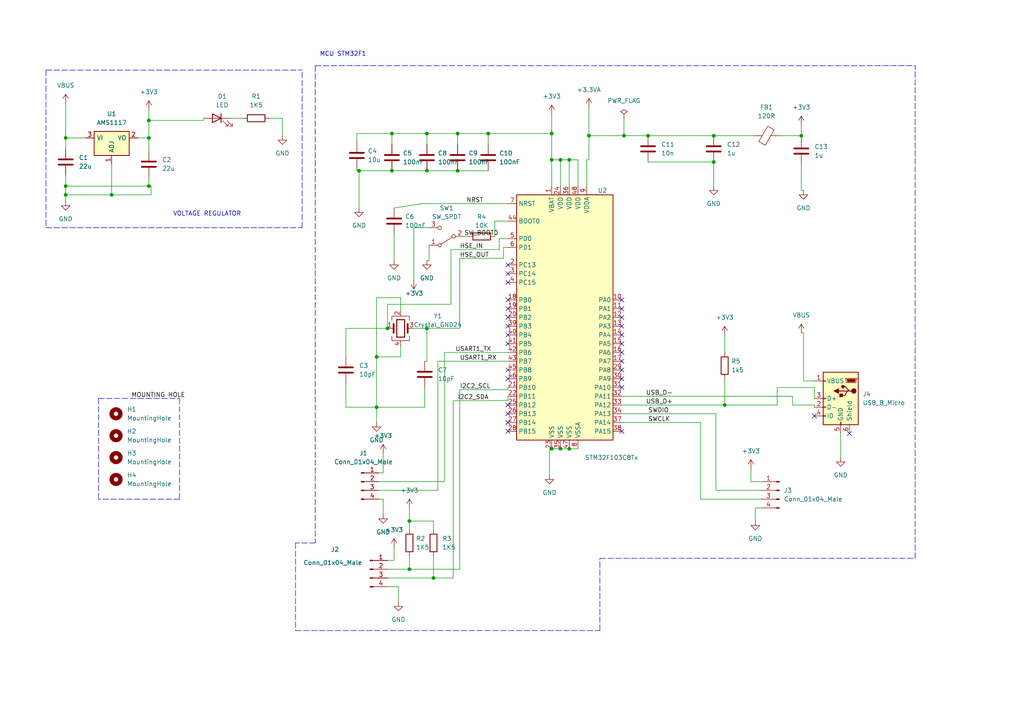
<source format=kicad_sch>
(kicad_sch (version 20211123) (generator eeschema)

  (uuid 6b0155d6-8ccf-461f-b572-45bb8d56ae57)

  (paper "A4")

  (title_block
    (title "STM32F1")
    (date "2023-04-01")
    (rev "0.1")
    (company "Thong Thach")
  )

  (lib_symbols
    (symbol "Connector:Conn_01x04_Male" (pin_names (offset 1.016) hide) (in_bom yes) (on_board yes)
      (property "Reference" "J" (id 0) (at 0 5.08 0)
        (effects (font (size 1.27 1.27)))
      )
      (property "Value" "Conn_01x04_Male" (id 1) (at 0 -7.62 0)
        (effects (font (size 1.27 1.27)))
      )
      (property "Footprint" "" (id 2) (at 0 0 0)
        (effects (font (size 1.27 1.27)) hide)
      )
      (property "Datasheet" "~" (id 3) (at 0 0 0)
        (effects (font (size 1.27 1.27)) hide)
      )
      (property "ki_keywords" "connector" (id 4) (at 0 0 0)
        (effects (font (size 1.27 1.27)) hide)
      )
      (property "ki_description" "Generic connector, single row, 01x04, script generated (kicad-library-utils/schlib/autogen/connector/)" (id 5) (at 0 0 0)
        (effects (font (size 1.27 1.27)) hide)
      )
      (property "ki_fp_filters" "Connector*:*_1x??_*" (id 6) (at 0 0 0)
        (effects (font (size 1.27 1.27)) hide)
      )
      (symbol "Conn_01x04_Male_1_1"
        (polyline
          (pts
            (xy 1.27 -5.08)
            (xy 0.8636 -5.08)
          )
          (stroke (width 0.1524) (type default) (color 0 0 0 0))
          (fill (type none))
        )
        (polyline
          (pts
            (xy 1.27 -2.54)
            (xy 0.8636 -2.54)
          )
          (stroke (width 0.1524) (type default) (color 0 0 0 0))
          (fill (type none))
        )
        (polyline
          (pts
            (xy 1.27 0)
            (xy 0.8636 0)
          )
          (stroke (width 0.1524) (type default) (color 0 0 0 0))
          (fill (type none))
        )
        (polyline
          (pts
            (xy 1.27 2.54)
            (xy 0.8636 2.54)
          )
          (stroke (width 0.1524) (type default) (color 0 0 0 0))
          (fill (type none))
        )
        (rectangle (start 0.8636 -4.953) (end 0 -5.207)
          (stroke (width 0.1524) (type default) (color 0 0 0 0))
          (fill (type outline))
        )
        (rectangle (start 0.8636 -2.413) (end 0 -2.667)
          (stroke (width 0.1524) (type default) (color 0 0 0 0))
          (fill (type outline))
        )
        (rectangle (start 0.8636 0.127) (end 0 -0.127)
          (stroke (width 0.1524) (type default) (color 0 0 0 0))
          (fill (type outline))
        )
        (rectangle (start 0.8636 2.667) (end 0 2.413)
          (stroke (width 0.1524) (type default) (color 0 0 0 0))
          (fill (type outline))
        )
        (pin passive line (at 5.08 2.54 180) (length 3.81)
          (name "Pin_1" (effects (font (size 1.27 1.27))))
          (number "1" (effects (font (size 1.27 1.27))))
        )
        (pin passive line (at 5.08 0 180) (length 3.81)
          (name "Pin_2" (effects (font (size 1.27 1.27))))
          (number "2" (effects (font (size 1.27 1.27))))
        )
        (pin passive line (at 5.08 -2.54 180) (length 3.81)
          (name "Pin_3" (effects (font (size 1.27 1.27))))
          (number "3" (effects (font (size 1.27 1.27))))
        )
        (pin passive line (at 5.08 -5.08 180) (length 3.81)
          (name "Pin_4" (effects (font (size 1.27 1.27))))
          (number "4" (effects (font (size 1.27 1.27))))
        )
      )
    )
    (symbol "Connector:USB_B_Micro" (pin_names (offset 1.016)) (in_bom yes) (on_board yes)
      (property "Reference" "J" (id 0) (at -5.08 11.43 0)
        (effects (font (size 1.27 1.27)) (justify left))
      )
      (property "Value" "USB_B_Micro" (id 1) (at -5.08 8.89 0)
        (effects (font (size 1.27 1.27)) (justify left))
      )
      (property "Footprint" "" (id 2) (at 3.81 -1.27 0)
        (effects (font (size 1.27 1.27)) hide)
      )
      (property "Datasheet" "~" (id 3) (at 3.81 -1.27 0)
        (effects (font (size 1.27 1.27)) hide)
      )
      (property "ki_keywords" "connector USB micro" (id 4) (at 0 0 0)
        (effects (font (size 1.27 1.27)) hide)
      )
      (property "ki_description" "USB Micro Type B connector" (id 5) (at 0 0 0)
        (effects (font (size 1.27 1.27)) hide)
      )
      (property "ki_fp_filters" "USB*" (id 6) (at 0 0 0)
        (effects (font (size 1.27 1.27)) hide)
      )
      (symbol "USB_B_Micro_0_1"
        (rectangle (start -5.08 -7.62) (end 5.08 7.62)
          (stroke (width 0.254) (type default) (color 0 0 0 0))
          (fill (type background))
        )
        (circle (center -3.81 2.159) (radius 0.635)
          (stroke (width 0.254) (type default) (color 0 0 0 0))
          (fill (type outline))
        )
        (circle (center -0.635 3.429) (radius 0.381)
          (stroke (width 0.254) (type default) (color 0 0 0 0))
          (fill (type outline))
        )
        (rectangle (start -0.127 -7.62) (end 0.127 -6.858)
          (stroke (width 0) (type default) (color 0 0 0 0))
          (fill (type none))
        )
        (polyline
          (pts
            (xy -1.905 2.159)
            (xy 0.635 2.159)
          )
          (stroke (width 0.254) (type default) (color 0 0 0 0))
          (fill (type none))
        )
        (polyline
          (pts
            (xy -3.175 2.159)
            (xy -2.54 2.159)
            (xy -1.27 3.429)
            (xy -0.635 3.429)
          )
          (stroke (width 0.254) (type default) (color 0 0 0 0))
          (fill (type none))
        )
        (polyline
          (pts
            (xy -2.54 2.159)
            (xy -1.905 2.159)
            (xy -1.27 0.889)
            (xy 0 0.889)
          )
          (stroke (width 0.254) (type default) (color 0 0 0 0))
          (fill (type none))
        )
        (polyline
          (pts
            (xy 0.635 2.794)
            (xy 0.635 1.524)
            (xy 1.905 2.159)
            (xy 0.635 2.794)
          )
          (stroke (width 0.254) (type default) (color 0 0 0 0))
          (fill (type outline))
        )
        (polyline
          (pts
            (xy -4.318 5.588)
            (xy -1.778 5.588)
            (xy -2.032 4.826)
            (xy -4.064 4.826)
            (xy -4.318 5.588)
          )
          (stroke (width 0) (type default) (color 0 0 0 0))
          (fill (type outline))
        )
        (polyline
          (pts
            (xy -4.699 5.842)
            (xy -4.699 5.588)
            (xy -4.445 4.826)
            (xy -4.445 4.572)
            (xy -1.651 4.572)
            (xy -1.651 4.826)
            (xy -1.397 5.588)
            (xy -1.397 5.842)
            (xy -4.699 5.842)
          )
          (stroke (width 0) (type default) (color 0 0 0 0))
          (fill (type none))
        )
        (rectangle (start 0.254 1.27) (end -0.508 0.508)
          (stroke (width 0.254) (type default) (color 0 0 0 0))
          (fill (type outline))
        )
        (rectangle (start 5.08 -5.207) (end 4.318 -4.953)
          (stroke (width 0) (type default) (color 0 0 0 0))
          (fill (type none))
        )
        (rectangle (start 5.08 -2.667) (end 4.318 -2.413)
          (stroke (width 0) (type default) (color 0 0 0 0))
          (fill (type none))
        )
        (rectangle (start 5.08 -0.127) (end 4.318 0.127)
          (stroke (width 0) (type default) (color 0 0 0 0))
          (fill (type none))
        )
        (rectangle (start 5.08 4.953) (end 4.318 5.207)
          (stroke (width 0) (type default) (color 0 0 0 0))
          (fill (type none))
        )
      )
      (symbol "USB_B_Micro_1_1"
        (pin power_out line (at 7.62 5.08 180) (length 2.54)
          (name "VBUS" (effects (font (size 1.27 1.27))))
          (number "1" (effects (font (size 1.27 1.27))))
        )
        (pin bidirectional line (at 7.62 -2.54 180) (length 2.54)
          (name "D-" (effects (font (size 1.27 1.27))))
          (number "2" (effects (font (size 1.27 1.27))))
        )
        (pin bidirectional line (at 7.62 0 180) (length 2.54)
          (name "D+" (effects (font (size 1.27 1.27))))
          (number "3" (effects (font (size 1.27 1.27))))
        )
        (pin passive line (at 7.62 -5.08 180) (length 2.54)
          (name "ID" (effects (font (size 1.27 1.27))))
          (number "4" (effects (font (size 1.27 1.27))))
        )
        (pin power_out line (at 0 -10.16 90) (length 2.54)
          (name "GND" (effects (font (size 1.27 1.27))))
          (number "5" (effects (font (size 1.27 1.27))))
        )
        (pin passive line (at -2.54 -10.16 90) (length 2.54)
          (name "Shield" (effects (font (size 1.27 1.27))))
          (number "6" (effects (font (size 1.27 1.27))))
        )
      )
    )
    (symbol "Device:C" (pin_numbers hide) (pin_names (offset 0.254)) (in_bom yes) (on_board yes)
      (property "Reference" "C" (id 0) (at 0.635 2.54 0)
        (effects (font (size 1.27 1.27)) (justify left))
      )
      (property "Value" "C" (id 1) (at 0.635 -2.54 0)
        (effects (font (size 1.27 1.27)) (justify left))
      )
      (property "Footprint" "" (id 2) (at 0.9652 -3.81 0)
        (effects (font (size 1.27 1.27)) hide)
      )
      (property "Datasheet" "~" (id 3) (at 0 0 0)
        (effects (font (size 1.27 1.27)) hide)
      )
      (property "ki_keywords" "cap capacitor" (id 4) (at 0 0 0)
        (effects (font (size 1.27 1.27)) hide)
      )
      (property "ki_description" "Unpolarized capacitor" (id 5) (at 0 0 0)
        (effects (font (size 1.27 1.27)) hide)
      )
      (property "ki_fp_filters" "C_*" (id 6) (at 0 0 0)
        (effects (font (size 1.27 1.27)) hide)
      )
      (symbol "C_0_1"
        (polyline
          (pts
            (xy -2.032 -0.762)
            (xy 2.032 -0.762)
          )
          (stroke (width 0.508) (type default) (color 0 0 0 0))
          (fill (type none))
        )
        (polyline
          (pts
            (xy -2.032 0.762)
            (xy 2.032 0.762)
          )
          (stroke (width 0.508) (type default) (color 0 0 0 0))
          (fill (type none))
        )
      )
      (symbol "C_1_1"
        (pin passive line (at 0 3.81 270) (length 2.794)
          (name "~" (effects (font (size 1.27 1.27))))
          (number "1" (effects (font (size 1.27 1.27))))
        )
        (pin passive line (at 0 -3.81 90) (length 2.794)
          (name "~" (effects (font (size 1.27 1.27))))
          (number "2" (effects (font (size 1.27 1.27))))
        )
      )
    )
    (symbol "Device:Crystal_GND24" (pin_names (offset 1.016) hide) (in_bom yes) (on_board yes)
      (property "Reference" "Y" (id 0) (at 3.175 5.08 0)
        (effects (font (size 1.27 1.27)) (justify left))
      )
      (property "Value" "Crystal_GND24" (id 1) (at 3.175 3.175 0)
        (effects (font (size 1.27 1.27)) (justify left))
      )
      (property "Footprint" "" (id 2) (at 0 0 0)
        (effects (font (size 1.27 1.27)) hide)
      )
      (property "Datasheet" "~" (id 3) (at 0 0 0)
        (effects (font (size 1.27 1.27)) hide)
      )
      (property "ki_keywords" "quartz ceramic resonator oscillator" (id 4) (at 0 0 0)
        (effects (font (size 1.27 1.27)) hide)
      )
      (property "ki_description" "Four pin crystal, GND on pins 2 and 4" (id 5) (at 0 0 0)
        (effects (font (size 1.27 1.27)) hide)
      )
      (property "ki_fp_filters" "Crystal*" (id 6) (at 0 0 0)
        (effects (font (size 1.27 1.27)) hide)
      )
      (symbol "Crystal_GND24_0_1"
        (rectangle (start -1.143 2.54) (end 1.143 -2.54)
          (stroke (width 0.3048) (type default) (color 0 0 0 0))
          (fill (type none))
        )
        (polyline
          (pts
            (xy -2.54 0)
            (xy -2.032 0)
          )
          (stroke (width 0) (type default) (color 0 0 0 0))
          (fill (type none))
        )
        (polyline
          (pts
            (xy -2.032 -1.27)
            (xy -2.032 1.27)
          )
          (stroke (width 0.508) (type default) (color 0 0 0 0))
          (fill (type none))
        )
        (polyline
          (pts
            (xy 0 -3.81)
            (xy 0 -3.556)
          )
          (stroke (width 0) (type default) (color 0 0 0 0))
          (fill (type none))
        )
        (polyline
          (pts
            (xy 0 3.556)
            (xy 0 3.81)
          )
          (stroke (width 0) (type default) (color 0 0 0 0))
          (fill (type none))
        )
        (polyline
          (pts
            (xy 2.032 -1.27)
            (xy 2.032 1.27)
          )
          (stroke (width 0.508) (type default) (color 0 0 0 0))
          (fill (type none))
        )
        (polyline
          (pts
            (xy 2.032 0)
            (xy 2.54 0)
          )
          (stroke (width 0) (type default) (color 0 0 0 0))
          (fill (type none))
        )
        (polyline
          (pts
            (xy -2.54 -2.286)
            (xy -2.54 -3.556)
            (xy 2.54 -3.556)
            (xy 2.54 -2.286)
          )
          (stroke (width 0) (type default) (color 0 0 0 0))
          (fill (type none))
        )
        (polyline
          (pts
            (xy -2.54 2.286)
            (xy -2.54 3.556)
            (xy 2.54 3.556)
            (xy 2.54 2.286)
          )
          (stroke (width 0) (type default) (color 0 0 0 0))
          (fill (type none))
        )
      )
      (symbol "Crystal_GND24_1_1"
        (pin passive line (at -3.81 0 0) (length 1.27)
          (name "1" (effects (font (size 1.27 1.27))))
          (number "1" (effects (font (size 1.27 1.27))))
        )
        (pin passive line (at 0 5.08 270) (length 1.27)
          (name "2" (effects (font (size 1.27 1.27))))
          (number "2" (effects (font (size 1.27 1.27))))
        )
        (pin passive line (at 3.81 0 180) (length 1.27)
          (name "3" (effects (font (size 1.27 1.27))))
          (number "3" (effects (font (size 1.27 1.27))))
        )
        (pin passive line (at 0 -5.08 90) (length 1.27)
          (name "4" (effects (font (size 1.27 1.27))))
          (number "4" (effects (font (size 1.27 1.27))))
        )
      )
    )
    (symbol "Device:FerriteBead" (pin_numbers hide) (pin_names (offset 0)) (in_bom yes) (on_board yes)
      (property "Reference" "FB" (id 0) (at -3.81 0.635 90)
        (effects (font (size 1.27 1.27)))
      )
      (property "Value" "FerriteBead" (id 1) (at 3.81 0 90)
        (effects (font (size 1.27 1.27)))
      )
      (property "Footprint" "" (id 2) (at -1.778 0 90)
        (effects (font (size 1.27 1.27)) hide)
      )
      (property "Datasheet" "~" (id 3) (at 0 0 0)
        (effects (font (size 1.27 1.27)) hide)
      )
      (property "ki_keywords" "L ferrite bead inductor filter" (id 4) (at 0 0 0)
        (effects (font (size 1.27 1.27)) hide)
      )
      (property "ki_description" "Ferrite bead" (id 5) (at 0 0 0)
        (effects (font (size 1.27 1.27)) hide)
      )
      (property "ki_fp_filters" "Inductor_* L_* *Ferrite*" (id 6) (at 0 0 0)
        (effects (font (size 1.27 1.27)) hide)
      )
      (symbol "FerriteBead_0_1"
        (polyline
          (pts
            (xy 0 -1.27)
            (xy 0 -1.2192)
          )
          (stroke (width 0) (type default) (color 0 0 0 0))
          (fill (type none))
        )
        (polyline
          (pts
            (xy 0 1.27)
            (xy 0 1.2954)
          )
          (stroke (width 0) (type default) (color 0 0 0 0))
          (fill (type none))
        )
        (polyline
          (pts
            (xy -2.7686 0.4064)
            (xy -1.7018 2.2606)
            (xy 2.7686 -0.3048)
            (xy 1.6764 -2.159)
            (xy -2.7686 0.4064)
          )
          (stroke (width 0) (type default) (color 0 0 0 0))
          (fill (type none))
        )
      )
      (symbol "FerriteBead_1_1"
        (pin passive line (at 0 3.81 270) (length 2.54)
          (name "~" (effects (font (size 1.27 1.27))))
          (number "1" (effects (font (size 1.27 1.27))))
        )
        (pin passive line (at 0 -3.81 90) (length 2.54)
          (name "~" (effects (font (size 1.27 1.27))))
          (number "2" (effects (font (size 1.27 1.27))))
        )
      )
    )
    (symbol "Device:LED" (pin_numbers hide) (pin_names (offset 1.016) hide) (in_bom yes) (on_board yes)
      (property "Reference" "D" (id 0) (at 0 2.54 0)
        (effects (font (size 1.27 1.27)))
      )
      (property "Value" "LED" (id 1) (at 0 -2.54 0)
        (effects (font (size 1.27 1.27)))
      )
      (property "Footprint" "" (id 2) (at 0 0 0)
        (effects (font (size 1.27 1.27)) hide)
      )
      (property "Datasheet" "~" (id 3) (at 0 0 0)
        (effects (font (size 1.27 1.27)) hide)
      )
      (property "ki_keywords" "LED diode" (id 4) (at 0 0 0)
        (effects (font (size 1.27 1.27)) hide)
      )
      (property "ki_description" "Light emitting diode" (id 5) (at 0 0 0)
        (effects (font (size 1.27 1.27)) hide)
      )
      (property "ki_fp_filters" "LED* LED_SMD:* LED_THT:*" (id 6) (at 0 0 0)
        (effects (font (size 1.27 1.27)) hide)
      )
      (symbol "LED_0_1"
        (polyline
          (pts
            (xy -1.27 -1.27)
            (xy -1.27 1.27)
          )
          (stroke (width 0.254) (type default) (color 0 0 0 0))
          (fill (type none))
        )
        (polyline
          (pts
            (xy -1.27 0)
            (xy 1.27 0)
          )
          (stroke (width 0) (type default) (color 0 0 0 0))
          (fill (type none))
        )
        (polyline
          (pts
            (xy 1.27 -1.27)
            (xy 1.27 1.27)
            (xy -1.27 0)
            (xy 1.27 -1.27)
          )
          (stroke (width 0.254) (type default) (color 0 0 0 0))
          (fill (type none))
        )
        (polyline
          (pts
            (xy -3.048 -0.762)
            (xy -4.572 -2.286)
            (xy -3.81 -2.286)
            (xy -4.572 -2.286)
            (xy -4.572 -1.524)
          )
          (stroke (width 0) (type default) (color 0 0 0 0))
          (fill (type none))
        )
        (polyline
          (pts
            (xy -1.778 -0.762)
            (xy -3.302 -2.286)
            (xy -2.54 -2.286)
            (xy -3.302 -2.286)
            (xy -3.302 -1.524)
          )
          (stroke (width 0) (type default) (color 0 0 0 0))
          (fill (type none))
        )
      )
      (symbol "LED_1_1"
        (pin passive line (at -3.81 0 0) (length 2.54)
          (name "K" (effects (font (size 1.27 1.27))))
          (number "1" (effects (font (size 1.27 1.27))))
        )
        (pin passive line (at 3.81 0 180) (length 2.54)
          (name "A" (effects (font (size 1.27 1.27))))
          (number "2" (effects (font (size 1.27 1.27))))
        )
      )
    )
    (symbol "Device:R" (pin_numbers hide) (pin_names (offset 0)) (in_bom yes) (on_board yes)
      (property "Reference" "R" (id 0) (at 2.032 0 90)
        (effects (font (size 1.27 1.27)))
      )
      (property "Value" "R" (id 1) (at 0 0 90)
        (effects (font (size 1.27 1.27)))
      )
      (property "Footprint" "" (id 2) (at -1.778 0 90)
        (effects (font (size 1.27 1.27)) hide)
      )
      (property "Datasheet" "~" (id 3) (at 0 0 0)
        (effects (font (size 1.27 1.27)) hide)
      )
      (property "ki_keywords" "R res resistor" (id 4) (at 0 0 0)
        (effects (font (size 1.27 1.27)) hide)
      )
      (property "ki_description" "Resistor" (id 5) (at 0 0 0)
        (effects (font (size 1.27 1.27)) hide)
      )
      (property "ki_fp_filters" "R_*" (id 6) (at 0 0 0)
        (effects (font (size 1.27 1.27)) hide)
      )
      (symbol "R_0_1"
        (rectangle (start -1.016 -2.54) (end 1.016 2.54)
          (stroke (width 0.254) (type default) (color 0 0 0 0))
          (fill (type none))
        )
      )
      (symbol "R_1_1"
        (pin passive line (at 0 3.81 270) (length 1.27)
          (name "~" (effects (font (size 1.27 1.27))))
          (number "1" (effects (font (size 1.27 1.27))))
        )
        (pin passive line (at 0 -3.81 90) (length 1.27)
          (name "~" (effects (font (size 1.27 1.27))))
          (number "2" (effects (font (size 1.27 1.27))))
        )
      )
    )
    (symbol "MCU_ST_STM32F1:STM32F103C8Tx" (in_bom yes) (on_board yes)
      (property "Reference" "U" (id 0) (at -15.24 36.83 0)
        (effects (font (size 1.27 1.27)) (justify left))
      )
      (property "Value" "STM32F103C8Tx" (id 1) (at 7.62 36.83 0)
        (effects (font (size 1.27 1.27)) (justify left))
      )
      (property "Footprint" "Package_QFP:LQFP-48_7x7mm_P0.5mm" (id 2) (at -15.24 -35.56 0)
        (effects (font (size 1.27 1.27)) (justify right) hide)
      )
      (property "Datasheet" "http://www.st.com/st-web-ui/static/active/en/resource/technical/document/datasheet/CD00161566.pdf" (id 3) (at 0 0 0)
        (effects (font (size 1.27 1.27)) hide)
      )
      (property "ki_keywords" "ARM Cortex-M3 STM32F1 STM32F103" (id 4) (at 0 0 0)
        (effects (font (size 1.27 1.27)) hide)
      )
      (property "ki_description" "ARM Cortex-M3 MCU, 64KB flash, 20KB RAM, 72MHz, 2-3.6V, 37 GPIO, LQFP-48" (id 5) (at 0 0 0)
        (effects (font (size 1.27 1.27)) hide)
      )
      (property "ki_fp_filters" "LQFP*7x7mm*P0.5mm*" (id 6) (at 0 0 0)
        (effects (font (size 1.27 1.27)) hide)
      )
      (symbol "STM32F103C8Tx_0_1"
        (rectangle (start -15.24 -35.56) (end 12.7 35.56)
          (stroke (width 0.254) (type default) (color 0 0 0 0))
          (fill (type background))
        )
      )
      (symbol "STM32F103C8Tx_1_1"
        (pin power_in line (at -5.08 38.1 270) (length 2.54)
          (name "VBAT" (effects (font (size 1.27 1.27))))
          (number "1" (effects (font (size 1.27 1.27))))
        )
        (pin bidirectional line (at 15.24 5.08 180) (length 2.54)
          (name "PA0" (effects (font (size 1.27 1.27))))
          (number "10" (effects (font (size 1.27 1.27))))
        )
        (pin bidirectional line (at 15.24 2.54 180) (length 2.54)
          (name "PA1" (effects (font (size 1.27 1.27))))
          (number "11" (effects (font (size 1.27 1.27))))
        )
        (pin bidirectional line (at 15.24 0 180) (length 2.54)
          (name "PA2" (effects (font (size 1.27 1.27))))
          (number "12" (effects (font (size 1.27 1.27))))
        )
        (pin bidirectional line (at 15.24 -2.54 180) (length 2.54)
          (name "PA3" (effects (font (size 1.27 1.27))))
          (number "13" (effects (font (size 1.27 1.27))))
        )
        (pin bidirectional line (at 15.24 -5.08 180) (length 2.54)
          (name "PA4" (effects (font (size 1.27 1.27))))
          (number "14" (effects (font (size 1.27 1.27))))
        )
        (pin bidirectional line (at 15.24 -7.62 180) (length 2.54)
          (name "PA5" (effects (font (size 1.27 1.27))))
          (number "15" (effects (font (size 1.27 1.27))))
        )
        (pin bidirectional line (at 15.24 -10.16 180) (length 2.54)
          (name "PA6" (effects (font (size 1.27 1.27))))
          (number "16" (effects (font (size 1.27 1.27))))
        )
        (pin bidirectional line (at 15.24 -12.7 180) (length 2.54)
          (name "PA7" (effects (font (size 1.27 1.27))))
          (number "17" (effects (font (size 1.27 1.27))))
        )
        (pin bidirectional line (at -17.78 5.08 0) (length 2.54)
          (name "PB0" (effects (font (size 1.27 1.27))))
          (number "18" (effects (font (size 1.27 1.27))))
        )
        (pin bidirectional line (at -17.78 2.54 0) (length 2.54)
          (name "PB1" (effects (font (size 1.27 1.27))))
          (number "19" (effects (font (size 1.27 1.27))))
        )
        (pin bidirectional line (at -17.78 15.24 0) (length 2.54)
          (name "PC13" (effects (font (size 1.27 1.27))))
          (number "2" (effects (font (size 1.27 1.27))))
        )
        (pin bidirectional line (at -17.78 0 0) (length 2.54)
          (name "PB2" (effects (font (size 1.27 1.27))))
          (number "20" (effects (font (size 1.27 1.27))))
        )
        (pin bidirectional line (at -17.78 -20.32 0) (length 2.54)
          (name "PB10" (effects (font (size 1.27 1.27))))
          (number "21" (effects (font (size 1.27 1.27))))
        )
        (pin bidirectional line (at -17.78 -22.86 0) (length 2.54)
          (name "PB11" (effects (font (size 1.27 1.27))))
          (number "22" (effects (font (size 1.27 1.27))))
        )
        (pin power_in line (at -5.08 -38.1 90) (length 2.54)
          (name "VSS" (effects (font (size 1.27 1.27))))
          (number "23" (effects (font (size 1.27 1.27))))
        )
        (pin power_in line (at -2.54 38.1 270) (length 2.54)
          (name "VDD" (effects (font (size 1.27 1.27))))
          (number "24" (effects (font (size 1.27 1.27))))
        )
        (pin bidirectional line (at -17.78 -25.4 0) (length 2.54)
          (name "PB12" (effects (font (size 1.27 1.27))))
          (number "25" (effects (font (size 1.27 1.27))))
        )
        (pin bidirectional line (at -17.78 -27.94 0) (length 2.54)
          (name "PB13" (effects (font (size 1.27 1.27))))
          (number "26" (effects (font (size 1.27 1.27))))
        )
        (pin bidirectional line (at -17.78 -30.48 0) (length 2.54)
          (name "PB14" (effects (font (size 1.27 1.27))))
          (number "27" (effects (font (size 1.27 1.27))))
        )
        (pin bidirectional line (at -17.78 -33.02 0) (length 2.54)
          (name "PB15" (effects (font (size 1.27 1.27))))
          (number "28" (effects (font (size 1.27 1.27))))
        )
        (pin bidirectional line (at 15.24 -15.24 180) (length 2.54)
          (name "PA8" (effects (font (size 1.27 1.27))))
          (number "29" (effects (font (size 1.27 1.27))))
        )
        (pin bidirectional line (at -17.78 12.7 0) (length 2.54)
          (name "PC14" (effects (font (size 1.27 1.27))))
          (number "3" (effects (font (size 1.27 1.27))))
        )
        (pin bidirectional line (at 15.24 -17.78 180) (length 2.54)
          (name "PA9" (effects (font (size 1.27 1.27))))
          (number "30" (effects (font (size 1.27 1.27))))
        )
        (pin bidirectional line (at 15.24 -20.32 180) (length 2.54)
          (name "PA10" (effects (font (size 1.27 1.27))))
          (number "31" (effects (font (size 1.27 1.27))))
        )
        (pin bidirectional line (at 15.24 -22.86 180) (length 2.54)
          (name "PA11" (effects (font (size 1.27 1.27))))
          (number "32" (effects (font (size 1.27 1.27))))
        )
        (pin bidirectional line (at 15.24 -25.4 180) (length 2.54)
          (name "PA12" (effects (font (size 1.27 1.27))))
          (number "33" (effects (font (size 1.27 1.27))))
        )
        (pin bidirectional line (at 15.24 -27.94 180) (length 2.54)
          (name "PA13" (effects (font (size 1.27 1.27))))
          (number "34" (effects (font (size 1.27 1.27))))
        )
        (pin power_in line (at -2.54 -38.1 90) (length 2.54)
          (name "VSS" (effects (font (size 1.27 1.27))))
          (number "35" (effects (font (size 1.27 1.27))))
        )
        (pin power_in line (at 0 38.1 270) (length 2.54)
          (name "VDD" (effects (font (size 1.27 1.27))))
          (number "36" (effects (font (size 1.27 1.27))))
        )
        (pin bidirectional line (at 15.24 -30.48 180) (length 2.54)
          (name "PA14" (effects (font (size 1.27 1.27))))
          (number "37" (effects (font (size 1.27 1.27))))
        )
        (pin bidirectional line (at 15.24 -33.02 180) (length 2.54)
          (name "PA15" (effects (font (size 1.27 1.27))))
          (number "38" (effects (font (size 1.27 1.27))))
        )
        (pin bidirectional line (at -17.78 -2.54 0) (length 2.54)
          (name "PB3" (effects (font (size 1.27 1.27))))
          (number "39" (effects (font (size 1.27 1.27))))
        )
        (pin bidirectional line (at -17.78 10.16 0) (length 2.54)
          (name "PC15" (effects (font (size 1.27 1.27))))
          (number "4" (effects (font (size 1.27 1.27))))
        )
        (pin bidirectional line (at -17.78 -5.08 0) (length 2.54)
          (name "PB4" (effects (font (size 1.27 1.27))))
          (number "40" (effects (font (size 1.27 1.27))))
        )
        (pin bidirectional line (at -17.78 -7.62 0) (length 2.54)
          (name "PB5" (effects (font (size 1.27 1.27))))
          (number "41" (effects (font (size 1.27 1.27))))
        )
        (pin bidirectional line (at -17.78 -10.16 0) (length 2.54)
          (name "PB6" (effects (font (size 1.27 1.27))))
          (number "42" (effects (font (size 1.27 1.27))))
        )
        (pin bidirectional line (at -17.78 -12.7 0) (length 2.54)
          (name "PB7" (effects (font (size 1.27 1.27))))
          (number "43" (effects (font (size 1.27 1.27))))
        )
        (pin input line (at -17.78 27.94 0) (length 2.54)
          (name "BOOT0" (effects (font (size 1.27 1.27))))
          (number "44" (effects (font (size 1.27 1.27))))
        )
        (pin bidirectional line (at -17.78 -15.24 0) (length 2.54)
          (name "PB8" (effects (font (size 1.27 1.27))))
          (number "45" (effects (font (size 1.27 1.27))))
        )
        (pin bidirectional line (at -17.78 -17.78 0) (length 2.54)
          (name "PB9" (effects (font (size 1.27 1.27))))
          (number "46" (effects (font (size 1.27 1.27))))
        )
        (pin power_in line (at 0 -38.1 90) (length 2.54)
          (name "VSS" (effects (font (size 1.27 1.27))))
          (number "47" (effects (font (size 1.27 1.27))))
        )
        (pin power_in line (at 2.54 38.1 270) (length 2.54)
          (name "VDD" (effects (font (size 1.27 1.27))))
          (number "48" (effects (font (size 1.27 1.27))))
        )
        (pin input line (at -17.78 22.86 0) (length 2.54)
          (name "PD0" (effects (font (size 1.27 1.27))))
          (number "5" (effects (font (size 1.27 1.27))))
        )
        (pin input line (at -17.78 20.32 0) (length 2.54)
          (name "PD1" (effects (font (size 1.27 1.27))))
          (number "6" (effects (font (size 1.27 1.27))))
        )
        (pin input line (at -17.78 33.02 0) (length 2.54)
          (name "NRST" (effects (font (size 1.27 1.27))))
          (number "7" (effects (font (size 1.27 1.27))))
        )
        (pin power_in line (at 2.54 -38.1 90) (length 2.54)
          (name "VSSA" (effects (font (size 1.27 1.27))))
          (number "8" (effects (font (size 1.27 1.27))))
        )
        (pin power_in line (at 5.08 38.1 270) (length 2.54)
          (name "VDDA" (effects (font (size 1.27 1.27))))
          (number "9" (effects (font (size 1.27 1.27))))
        )
      )
    )
    (symbol "Mechanical:MountingHole" (pin_names (offset 1.016)) (in_bom yes) (on_board yes)
      (property "Reference" "H" (id 0) (at 0 5.08 0)
        (effects (font (size 1.27 1.27)))
      )
      (property "Value" "MountingHole" (id 1) (at 0 3.175 0)
        (effects (font (size 1.27 1.27)))
      )
      (property "Footprint" "" (id 2) (at 0 0 0)
        (effects (font (size 1.27 1.27)) hide)
      )
      (property "Datasheet" "~" (id 3) (at 0 0 0)
        (effects (font (size 1.27 1.27)) hide)
      )
      (property "ki_keywords" "mounting hole" (id 4) (at 0 0 0)
        (effects (font (size 1.27 1.27)) hide)
      )
      (property "ki_description" "Mounting Hole without connection" (id 5) (at 0 0 0)
        (effects (font (size 1.27 1.27)) hide)
      )
      (property "ki_fp_filters" "MountingHole*" (id 6) (at 0 0 0)
        (effects (font (size 1.27 1.27)) hide)
      )
      (symbol "MountingHole_0_1"
        (circle (center 0 0) (radius 1.27)
          (stroke (width 1.27) (type default) (color 0 0 0 0))
          (fill (type none))
        )
      )
    )
    (symbol "Regulator_Linear:AMS1117" (pin_names (offset 0.762)) (in_bom yes) (on_board yes)
      (property "Reference" "U" (id 0) (at -3.81 3.175 0)
        (effects (font (size 1.27 1.27)))
      )
      (property "Value" "AMS1117" (id 1) (at 0 3.175 0)
        (effects (font (size 1.27 1.27)) (justify left))
      )
      (property "Footprint" "Package_TO_SOT_SMD:SOT-223-3_TabPin2" (id 2) (at 0 5.08 0)
        (effects (font (size 1.27 1.27)) hide)
      )
      (property "Datasheet" "http://www.advanced-monolithic.com/pdf/ds1117.pdf" (id 3) (at 2.54 -6.35 0)
        (effects (font (size 1.27 1.27)) hide)
      )
      (property "ki_keywords" "linear regulator ldo adjustable positive" (id 4) (at 0 0 0)
        (effects (font (size 1.27 1.27)) hide)
      )
      (property "ki_description" "1A Low Dropout regulator, positive, adjustable output, SOT-223" (id 5) (at 0 0 0)
        (effects (font (size 1.27 1.27)) hide)
      )
      (property "ki_fp_filters" "SOT?223*TabPin2*" (id 6) (at 0 0 0)
        (effects (font (size 1.27 1.27)) hide)
      )
      (symbol "AMS1117_0_1"
        (rectangle (start -5.08 -5.08) (end 5.08 1.905)
          (stroke (width 0.254) (type default) (color 0 0 0 0))
          (fill (type background))
        )
      )
      (symbol "AMS1117_1_1"
        (pin input line (at 0 -7.62 90) (length 2.54)
          (name "ADJ" (effects (font (size 1.27 1.27))))
          (number "1" (effects (font (size 1.27 1.27))))
        )
        (pin power_out line (at 7.62 0 180) (length 2.54)
          (name "VO" (effects (font (size 1.27 1.27))))
          (number "2" (effects (font (size 1.27 1.27))))
        )
        (pin power_in line (at -7.62 0 0) (length 2.54)
          (name "VI" (effects (font (size 1.27 1.27))))
          (number "3" (effects (font (size 1.27 1.27))))
        )
      )
    )
    (symbol "Switch:SW_SPDT" (pin_names (offset 0) hide) (in_bom yes) (on_board yes)
      (property "Reference" "SW" (id 0) (at 0 4.318 0)
        (effects (font (size 1.27 1.27)))
      )
      (property "Value" "SW_SPDT" (id 1) (at 0 -5.08 0)
        (effects (font (size 1.27 1.27)))
      )
      (property "Footprint" "" (id 2) (at 0 0 0)
        (effects (font (size 1.27 1.27)) hide)
      )
      (property "Datasheet" "~" (id 3) (at 0 0 0)
        (effects (font (size 1.27 1.27)) hide)
      )
      (property "ki_keywords" "switch single-pole double-throw spdt ON-ON" (id 4) (at 0 0 0)
        (effects (font (size 1.27 1.27)) hide)
      )
      (property "ki_description" "Switch, single pole double throw" (id 5) (at 0 0 0)
        (effects (font (size 1.27 1.27)) hide)
      )
      (symbol "SW_SPDT_0_0"
        (circle (center -2.032 0) (radius 0.508)
          (stroke (width 0) (type default) (color 0 0 0 0))
          (fill (type none))
        )
        (circle (center 2.032 -2.54) (radius 0.508)
          (stroke (width 0) (type default) (color 0 0 0 0))
          (fill (type none))
        )
      )
      (symbol "SW_SPDT_0_1"
        (polyline
          (pts
            (xy -1.524 0.254)
            (xy 1.651 2.286)
          )
          (stroke (width 0) (type default) (color 0 0 0 0))
          (fill (type none))
        )
        (circle (center 2.032 2.54) (radius 0.508)
          (stroke (width 0) (type default) (color 0 0 0 0))
          (fill (type none))
        )
      )
      (symbol "SW_SPDT_1_1"
        (pin passive line (at 5.08 2.54 180) (length 2.54)
          (name "A" (effects (font (size 1.27 1.27))))
          (number "1" (effects (font (size 1.27 1.27))))
        )
        (pin passive line (at -5.08 0 0) (length 2.54)
          (name "B" (effects (font (size 1.27 1.27))))
          (number "2" (effects (font (size 1.27 1.27))))
        )
        (pin passive line (at 5.08 -2.54 180) (length 2.54)
          (name "C" (effects (font (size 1.27 1.27))))
          (number "3" (effects (font (size 1.27 1.27))))
        )
      )
    )
    (symbol "power:+3.3V" (power) (pin_names (offset 0)) (in_bom yes) (on_board yes)
      (property "Reference" "#PWR" (id 0) (at 0 -3.81 0)
        (effects (font (size 1.27 1.27)) hide)
      )
      (property "Value" "+3.3V" (id 1) (at 0 3.556 0)
        (effects (font (size 1.27 1.27)))
      )
      (property "Footprint" "" (id 2) (at 0 0 0)
        (effects (font (size 1.27 1.27)) hide)
      )
      (property "Datasheet" "" (id 3) (at 0 0 0)
        (effects (font (size 1.27 1.27)) hide)
      )
      (property "ki_keywords" "power-flag" (id 4) (at 0 0 0)
        (effects (font (size 1.27 1.27)) hide)
      )
      (property "ki_description" "Power symbol creates a global label with name \"+3.3V\"" (id 5) (at 0 0 0)
        (effects (font (size 1.27 1.27)) hide)
      )
      (symbol "+3.3V_0_1"
        (polyline
          (pts
            (xy -0.762 1.27)
            (xy 0 2.54)
          )
          (stroke (width 0) (type default) (color 0 0 0 0))
          (fill (type none))
        )
        (polyline
          (pts
            (xy 0 0)
            (xy 0 2.54)
          )
          (stroke (width 0) (type default) (color 0 0 0 0))
          (fill (type none))
        )
        (polyline
          (pts
            (xy 0 2.54)
            (xy 0.762 1.27)
          )
          (stroke (width 0) (type default) (color 0 0 0 0))
          (fill (type none))
        )
      )
      (symbol "+3.3V_1_1"
        (pin power_in line (at 0 0 90) (length 0) hide
          (name "+3V3" (effects (font (size 1.27 1.27))))
          (number "1" (effects (font (size 1.27 1.27))))
        )
      )
    )
    (symbol "power:+3.3VA" (power) (pin_names (offset 0)) (in_bom yes) (on_board yes)
      (property "Reference" "#PWR" (id 0) (at 0 -3.81 0)
        (effects (font (size 1.27 1.27)) hide)
      )
      (property "Value" "+3.3VA" (id 1) (at 0 3.556 0)
        (effects (font (size 1.27 1.27)))
      )
      (property "Footprint" "" (id 2) (at 0 0 0)
        (effects (font (size 1.27 1.27)) hide)
      )
      (property "Datasheet" "" (id 3) (at 0 0 0)
        (effects (font (size 1.27 1.27)) hide)
      )
      (property "ki_keywords" "power-flag" (id 4) (at 0 0 0)
        (effects (font (size 1.27 1.27)) hide)
      )
      (property "ki_description" "Power symbol creates a global label with name \"+3.3VA\"" (id 5) (at 0 0 0)
        (effects (font (size 1.27 1.27)) hide)
      )
      (symbol "+3.3VA_0_1"
        (polyline
          (pts
            (xy -0.762 1.27)
            (xy 0 2.54)
          )
          (stroke (width 0) (type default) (color 0 0 0 0))
          (fill (type none))
        )
        (polyline
          (pts
            (xy 0 0)
            (xy 0 2.54)
          )
          (stroke (width 0) (type default) (color 0 0 0 0))
          (fill (type none))
        )
        (polyline
          (pts
            (xy 0 2.54)
            (xy 0.762 1.27)
          )
          (stroke (width 0) (type default) (color 0 0 0 0))
          (fill (type none))
        )
      )
      (symbol "+3.3VA_1_1"
        (pin power_in line (at 0 0 90) (length 0) hide
          (name "+3.3VA" (effects (font (size 1.27 1.27))))
          (number "1" (effects (font (size 1.27 1.27))))
        )
      )
    )
    (symbol "power:GND" (power) (pin_names (offset 0)) (in_bom yes) (on_board yes)
      (property "Reference" "#PWR" (id 0) (at 0 -6.35 0)
        (effects (font (size 1.27 1.27)) hide)
      )
      (property "Value" "GND" (id 1) (at 0 -3.81 0)
        (effects (font (size 1.27 1.27)))
      )
      (property "Footprint" "" (id 2) (at 0 0 0)
        (effects (font (size 1.27 1.27)) hide)
      )
      (property "Datasheet" "" (id 3) (at 0 0 0)
        (effects (font (size 1.27 1.27)) hide)
      )
      (property "ki_keywords" "power-flag" (id 4) (at 0 0 0)
        (effects (font (size 1.27 1.27)) hide)
      )
      (property "ki_description" "Power symbol creates a global label with name \"GND\" , ground" (id 5) (at 0 0 0)
        (effects (font (size 1.27 1.27)) hide)
      )
      (symbol "GND_0_1"
        (polyline
          (pts
            (xy 0 0)
            (xy 0 -1.27)
            (xy 1.27 -1.27)
            (xy 0 -2.54)
            (xy -1.27 -1.27)
            (xy 0 -1.27)
          )
          (stroke (width 0) (type default) (color 0 0 0 0))
          (fill (type none))
        )
      )
      (symbol "GND_1_1"
        (pin power_in line (at 0 0 270) (length 0) hide
          (name "GND" (effects (font (size 1.27 1.27))))
          (number "1" (effects (font (size 1.27 1.27))))
        )
      )
    )
    (symbol "power:PWR_FLAG" (power) (pin_numbers hide) (pin_names (offset 0) hide) (in_bom yes) (on_board yes)
      (property "Reference" "#FLG" (id 0) (at 0 1.905 0)
        (effects (font (size 1.27 1.27)) hide)
      )
      (property "Value" "PWR_FLAG" (id 1) (at 0 3.81 0)
        (effects (font (size 1.27 1.27)))
      )
      (property "Footprint" "" (id 2) (at 0 0 0)
        (effects (font (size 1.27 1.27)) hide)
      )
      (property "Datasheet" "~" (id 3) (at 0 0 0)
        (effects (font (size 1.27 1.27)) hide)
      )
      (property "ki_keywords" "power-flag" (id 4) (at 0 0 0)
        (effects (font (size 1.27 1.27)) hide)
      )
      (property "ki_description" "Special symbol for telling ERC where power comes from" (id 5) (at 0 0 0)
        (effects (font (size 1.27 1.27)) hide)
      )
      (symbol "PWR_FLAG_0_0"
        (pin power_out line (at 0 0 90) (length 0)
          (name "pwr" (effects (font (size 1.27 1.27))))
          (number "1" (effects (font (size 1.27 1.27))))
        )
      )
      (symbol "PWR_FLAG_0_1"
        (polyline
          (pts
            (xy 0 0)
            (xy 0 1.27)
            (xy -1.016 1.905)
            (xy 0 2.54)
            (xy 1.016 1.905)
            (xy 0 1.27)
          )
          (stroke (width 0) (type default) (color 0 0 0 0))
          (fill (type none))
        )
      )
    )
    (symbol "power:VBUS" (power) (pin_names (offset 0)) (in_bom yes) (on_board yes)
      (property "Reference" "#PWR" (id 0) (at 0 -3.81 0)
        (effects (font (size 1.27 1.27)) hide)
      )
      (property "Value" "VBUS" (id 1) (at 0 3.81 0)
        (effects (font (size 1.27 1.27)))
      )
      (property "Footprint" "" (id 2) (at 0 0 0)
        (effects (font (size 1.27 1.27)) hide)
      )
      (property "Datasheet" "" (id 3) (at 0 0 0)
        (effects (font (size 1.27 1.27)) hide)
      )
      (property "ki_keywords" "power-flag" (id 4) (at 0 0 0)
        (effects (font (size 1.27 1.27)) hide)
      )
      (property "ki_description" "Power symbol creates a global label with name \"VBUS\"" (id 5) (at 0 0 0)
        (effects (font (size 1.27 1.27)) hide)
      )
      (symbol "VBUS_0_1"
        (polyline
          (pts
            (xy -0.762 1.27)
            (xy 0 2.54)
          )
          (stroke (width 0) (type default) (color 0 0 0 0))
          (fill (type none))
        )
        (polyline
          (pts
            (xy 0 0)
            (xy 0 2.54)
          )
          (stroke (width 0) (type default) (color 0 0 0 0))
          (fill (type none))
        )
        (polyline
          (pts
            (xy 0 2.54)
            (xy 0.762 1.27)
          )
          (stroke (width 0) (type default) (color 0 0 0 0))
          (fill (type none))
        )
      )
      (symbol "VBUS_1_1"
        (pin power_in line (at 0 0 90) (length 0) hide
          (name "VBUS" (effects (font (size 1.27 1.27))))
          (number "1" (effects (font (size 1.27 1.27))))
        )
      )
    )
  )

  (junction (at 165.1 46.355) (diameter 0) (color 0 0 0 0)
    (uuid 052931c1-7637-4770-9fbe-378a52bb290f)
  )
  (junction (at 19.05 53.975) (diameter 0) (color 0 0 0 0)
    (uuid 0925dc48-fd6c-40b0-95ab-06cf7ff3eea7)
  )
  (junction (at 210.185 117.475) (diameter 0) (color 0 0 0 0)
    (uuid 0fd9b5f5-e7d1-45e2-91b7-6db8eb75f000)
  )
  (junction (at 187.96 39.37) (diameter 0) (color 0 0 0 0)
    (uuid 11b47ffa-9f49-42fc-8ce6-a280b74970e4)
  )
  (junction (at 162.56 46.355) (diameter 0) (color 0 0 0 0)
    (uuid 17579c86-533a-4f63-b8f0-5d9d477b8375)
  )
  (junction (at 118.745 165.1) (diameter 0) (color 0 0 0 0)
    (uuid 19167b51-9fb1-4558-abf2-4ea3eec3f7ee)
  )
  (junction (at 109.22 103.505) (diameter 0) (color 0 0 0 0)
    (uuid 234e27da-21d9-4662-b53d-adab2e47819d)
  )
  (junction (at 162.56 130.175) (diameter 0) (color 0 0 0 0)
    (uuid 249012ca-78f9-4147-83cd-5fa91e0a903b)
  )
  (junction (at 43.18 40.005) (diameter 0) (color 0 0 0 0)
    (uuid 36001b7a-1a04-4100-9a27-b21e6f0ceb13)
  )
  (junction (at 123.825 38.735) (diameter 0) (color 0 0 0 0)
    (uuid 4a613763-28b7-4c10-a096-0d35b40f1747)
  )
  (junction (at 123.825 95.25) (diameter 0) (color 0 0 0 0)
    (uuid 4e9b9966-1efa-4117-aef5-e40138116d3d)
  )
  (junction (at 132.715 38.735) (diameter 0) (color 0 0 0 0)
    (uuid 548d3fdf-1710-45fe-b512-0712a7a69143)
  )
  (junction (at 160.02 38.735) (diameter 0) (color 0 0 0 0)
    (uuid 5dc01dd2-c922-42f9-8093-81eab921132e)
  )
  (junction (at 43.18 34.925) (diameter 0) (color 0 0 0 0)
    (uuid 628f2d56-9b4c-419b-bec9-da99f3e10524)
  )
  (junction (at 207.01 46.99) (diameter 0) (color 0 0 0 0)
    (uuid 749bd48f-e6c6-420d-9751-712b618549d8)
  )
  (junction (at 104.14 49.53) (diameter 0) (color 0 0 0 0)
    (uuid 77865328-4248-4a4f-a28c-a3dc0b6ce218)
  )
  (junction (at 19.05 40.005) (diameter 0) (color 0 0 0 0)
    (uuid 80ef8a0e-56ff-4d27-8f72-5f3dc91fe00f)
  )
  (junction (at 141.605 38.735) (diameter 0) (color 0 0 0 0)
    (uuid 86d873b1-700b-4d91-82cd-c51183e65c71)
  )
  (junction (at 132.715 49.53) (diameter 0) (color 0 0 0 0)
    (uuid 893178ab-e29d-4ea2-9046-5b0d7f1a0a19)
  )
  (junction (at 170.815 39.37) (diameter 0) (color 0 0 0 0)
    (uuid 8afd6d54-5f26-477d-9786-41ec0b09c523)
  )
  (junction (at 113.665 49.53) (diameter 0) (color 0 0 0 0)
    (uuid 8c2d26a7-2f5e-4ad5-9c2a-6b5bab4f3879)
  )
  (junction (at 125.73 167.64) (diameter 0) (color 0 0 0 0)
    (uuid 9ad386d9-0275-4af8-b80f-e209c9af132a)
  )
  (junction (at 207.01 39.37) (diameter 0) (color 0 0 0 0)
    (uuid a19cae2c-54f6-4998-a00f-dea41faa2a4e)
  )
  (junction (at 19.05 56.515) (diameter 0) (color 0 0 0 0)
    (uuid a57a9083-cfe7-4049-8a77-07b521db3611)
  )
  (junction (at 232.41 39.37) (diameter 0) (color 0 0 0 0)
    (uuid baa87287-e554-46e5-b795-aef0d0d9159f)
  )
  (junction (at 43.18 53.975) (diameter 0) (color 0 0 0 0)
    (uuid c1fd5527-337e-497b-8420-e324fd919e3d)
  )
  (junction (at 160.02 46.355) (diameter 0) (color 0 0 0 0)
    (uuid c9df7e4e-2eee-48c8-95da-f98872cf1e57)
  )
  (junction (at 112.395 95.25) (diameter 0) (color 0 0 0 0)
    (uuid cacafba8-0464-4a8f-93f7-20fd1ce956ca)
  )
  (junction (at 123.825 49.53) (diameter 0) (color 0 0 0 0)
    (uuid cb92059c-8677-4837-90ef-b1d67106d1d1)
  )
  (junction (at 160.02 130.175) (diameter 0) (color 0 0 0 0)
    (uuid cd92d81a-ca2c-4747-91ba-12af5edc54e5)
  )
  (junction (at 113.665 38.735) (diameter 0) (color 0 0 0 0)
    (uuid e18f5908-0bd6-41ba-a548-ed63f4f5b56a)
  )
  (junction (at 32.385 56.515) (diameter 0) (color 0 0 0 0)
    (uuid e42c0a3c-1cab-40a1-ba3e-7bf608ea17ed)
  )
  (junction (at 109.22 118.11) (diameter 0) (color 0 0 0 0)
    (uuid ee47e5ab-5a18-485d-9f76-6dc2333bafe7)
  )
  (junction (at 118.745 151.13) (diameter 0) (color 0 0 0 0)
    (uuid f00c1682-2cd7-446f-9e03-e71396f6c5eb)
  )
  (junction (at 180.975 39.37) (diameter 0) (color 0 0 0 0)
    (uuid fb8c6591-217a-4058-b51e-fbfa1069b975)
  )
  (junction (at 165.1 130.175) (diameter 0) (color 0 0 0 0)
    (uuid fd0dee4e-a77c-453e-844c-3b17662cad4a)
  )

  (no_connect (at 147.32 76.835) (uuid 0201773a-63a7-4723-bb25-a35dbcf2b151))
  (no_connect (at 147.32 79.375) (uuid 0201773a-63a7-4723-bb25-a35dbcf2b152))
  (no_connect (at 147.32 81.915) (uuid 0201773a-63a7-4723-bb25-a35dbcf2b153))
  (no_connect (at 147.32 86.995) (uuid 0201773a-63a7-4723-bb25-a35dbcf2b154))
  (no_connect (at 147.32 89.535) (uuid 0201773a-63a7-4723-bb25-a35dbcf2b155))
  (no_connect (at 147.32 92.075) (uuid 0201773a-63a7-4723-bb25-a35dbcf2b156))
  (no_connect (at 147.32 94.615) (uuid 0201773a-63a7-4723-bb25-a35dbcf2b157))
  (no_connect (at 147.32 97.155) (uuid 0201773a-63a7-4723-bb25-a35dbcf2b158))
  (no_connect (at 147.32 99.695) (uuid 0201773a-63a7-4723-bb25-a35dbcf2b159))
  (no_connect (at 147.32 109.855) (uuid 0201773a-63a7-4723-bb25-a35dbcf2b15a))
  (no_connect (at 147.32 117.475) (uuid 0201773a-63a7-4723-bb25-a35dbcf2b15b))
  (no_connect (at 147.32 122.555) (uuid 0201773a-63a7-4723-bb25-a35dbcf2b15c))
  (no_connect (at 147.32 120.015) (uuid 0201773a-63a7-4723-bb25-a35dbcf2b15d))
  (no_connect (at 147.32 107.315) (uuid 0201773a-63a7-4723-bb25-a35dbcf2b15e))
  (no_connect (at 246.38 125.73) (uuid 05639777-6c0f-4022-9eb5-df2b0646a27e))
  (no_connect (at 147.32 125.095) (uuid 55d9bed4-cd27-420b-a431-164426967baa))
  (no_connect (at 180.34 99.695) (uuid 55d9bed4-cd27-420b-a431-164426967bab))
  (no_connect (at 180.34 102.235) (uuid 55d9bed4-cd27-420b-a431-164426967bac))
  (no_connect (at 180.34 104.775) (uuid 55d9bed4-cd27-420b-a431-164426967bad))
  (no_connect (at 180.34 107.315) (uuid 55d9bed4-cd27-420b-a431-164426967bae))
  (no_connect (at 180.34 109.855) (uuid 55d9bed4-cd27-420b-a431-164426967baf))
  (no_connect (at 180.34 86.995) (uuid 55d9bed4-cd27-420b-a431-164426967bb0))
  (no_connect (at 180.34 89.535) (uuid 55d9bed4-cd27-420b-a431-164426967bb1))
  (no_connect (at 180.34 92.075) (uuid 55d9bed4-cd27-420b-a431-164426967bb2))
  (no_connect (at 180.34 94.615) (uuid 55d9bed4-cd27-420b-a431-164426967bb3))
  (no_connect (at 180.34 97.155) (uuid 55d9bed4-cd27-420b-a431-164426967bb4))
  (no_connect (at 180.34 112.395) (uuid 55d9bed4-cd27-420b-a431-164426967bb5))
  (no_connect (at 236.22 120.65) (uuid 786d6284-bd7f-4f08-9ee3-965563d0d932))
  (no_connect (at 180.34 125.095) (uuid d609c302-c3ae-4948-8cf4-51f86c5ffcb4))

  (wire (pts (xy 217.805 139.7) (xy 217.805 135.89))
    (stroke (width 0) (type default) (color 0 0 0 0))
    (uuid 05b8710b-9f86-49d5-863c-482f0dfcba84)
  )
  (wire (pts (xy 114.3 162.56) (xy 114.3 158.75))
    (stroke (width 0) (type default) (color 0 0 0 0))
    (uuid 05dac740-d83f-4b53-86ef-5ba8df72bf3f)
  )
  (wire (pts (xy 103.505 49.53) (xy 104.14 49.53))
    (stroke (width 0) (type default) (color 0 0 0 0))
    (uuid 06efa027-d962-40bf-b198-2c4ce59e5006)
  )
  (wire (pts (xy 132.715 49.53) (xy 141.605 49.53))
    (stroke (width 0) (type default) (color 0 0 0 0))
    (uuid 089894eb-ea0d-411c-9aae-fe0d90180f60)
  )
  (wire (pts (xy 112.395 95.25) (xy 112.395 88.265))
    (stroke (width 0) (type default) (color 0 0 0 0))
    (uuid 0a194bb1-3be1-4696-8491-20f2a8879b86)
  )
  (wire (pts (xy 104.14 60.325) (xy 104.14 49.53))
    (stroke (width 0) (type default) (color 0 0 0 0))
    (uuid 0b00c664-d539-4992-b29d-5e4394396a84)
  )
  (wire (pts (xy 146.05 71.755) (xy 146.05 74.93))
    (stroke (width 0) (type default) (color 0 0 0 0))
    (uuid 0c9e92b8-7b35-4151-883b-aa5031b0a63f)
  )
  (wire (pts (xy 113.665 38.735) (xy 103.505 38.735))
    (stroke (width 0) (type default) (color 0 0 0 0))
    (uuid 0e35226f-8c54-4f79-9301-a1b9c6997b9c)
  )
  (wire (pts (xy 141.605 41.91) (xy 141.605 38.735))
    (stroke (width 0) (type default) (color 0 0 0 0))
    (uuid 0f0b9778-1081-4e92-9537-953b2a7be435)
  )
  (polyline (pts (xy 85.725 157.48) (xy 85.725 182.88))
    (stroke (width 0) (type default) (color 0 0 0 0))
    (uuid 11d65ddd-db8f-4eed-a2b8-3ee038b5cf21)
  )

  (wire (pts (xy 165.1 130.175) (xy 162.56 130.175))
    (stroke (width 0) (type default) (color 0 0 0 0))
    (uuid 12052e98-a5e8-479f-8789-e7def81e5196)
  )
  (wire (pts (xy 207.01 46.99) (xy 207.01 53.975))
    (stroke (width 0) (type default) (color 0 0 0 0))
    (uuid 133fb3b8-e360-43b7-a00c-2086b8269d47)
  )
  (wire (pts (xy 232.41 47.625) (xy 232.41 55.245))
    (stroke (width 0) (type default) (color 0 0 0 0))
    (uuid 13537205-e1ef-4442-8664-ece73144ffce)
  )
  (wire (pts (xy 116.205 103.505) (xy 116.205 100.33))
    (stroke (width 0) (type default) (color 0 0 0 0))
    (uuid 160de231-8567-4e33-935c-4e7250b4ff98)
  )
  (wire (pts (xy 130.81 88.265) (xy 130.81 72.39))
    (stroke (width 0) (type default) (color 0 0 0 0))
    (uuid 16651d11-e55d-4988-b811-ef8e0b345b1b)
  )
  (wire (pts (xy 43.18 51.435) (xy 43.18 53.975))
    (stroke (width 0) (type default) (color 0 0 0 0))
    (uuid 16f0c02c-92f3-43df-9724-a762cb1cfadb)
  )
  (wire (pts (xy 167.64 130.175) (xy 165.1 130.175))
    (stroke (width 0) (type default) (color 0 0 0 0))
    (uuid 19130664-5de5-4d5e-8dd1-3231c4c1d37f)
  )
  (polyline (pts (xy 52.07 115.57) (xy 52.07 144.78))
    (stroke (width 0) (type default) (color 0 0 0 0))
    (uuid 1ab3fcaa-1c1f-414b-a874-7a565df185dc)
  )

  (wire (pts (xy 133.35 113.03) (xy 147.32 113.03))
    (stroke (width 0) (type default) (color 0 0 0 0))
    (uuid 1ae3c13a-9e00-401d-a429-0a5f15bdd849)
  )
  (wire (pts (xy 187.96 46.99) (xy 207.01 46.99))
    (stroke (width 0) (type default) (color 0 0 0 0))
    (uuid 1e32cb86-ac40-46c6-8e36-95d5100a2a12)
  )
  (wire (pts (xy 160.02 130.175) (xy 159.385 130.175))
    (stroke (width 0) (type default) (color 0 0 0 0))
    (uuid 1e67923f-5eaf-4dec-ae71-c8ef49bbddee)
  )
  (wire (pts (xy 123.825 95.25) (xy 123.825 104.775))
    (stroke (width 0) (type default) (color 0 0 0 0))
    (uuid 21456a80-9415-4748-86f2-68be3808d39f)
  )
  (wire (pts (xy 220.98 139.7) (xy 217.805 139.7))
    (stroke (width 0) (type default) (color 0 0 0 0))
    (uuid 23176cc3-17e1-4a2e-bdbc-54dd0fc29d83)
  )
  (wire (pts (xy 19.05 53.975) (xy 19.05 56.515))
    (stroke (width 0) (type default) (color 0 0 0 0))
    (uuid 25eb8138-1ae2-478d-8dc8-c1ffdb35b861)
  )
  (wire (pts (xy 125.73 167.64) (xy 131.445 167.64))
    (stroke (width 0) (type default) (color 0 0 0 0))
    (uuid 26c90942-32e0-4710-a7a9-8c1c95ab309e)
  )
  (wire (pts (xy 118.745 151.13) (xy 118.745 153.67))
    (stroke (width 0) (type default) (color 0 0 0 0))
    (uuid 271b5af0-a0bd-4ed0-ba3f-e7af2a50ef17)
  )
  (wire (pts (xy 180.34 120.015) (xy 207.645 120.015))
    (stroke (width 0) (type default) (color 0 0 0 0))
    (uuid 28099135-ec90-4176-b9ec-cf5690670888)
  )
  (wire (pts (xy 109.855 142.24) (xy 127 142.24))
    (stroke (width 0) (type default) (color 0 0 0 0))
    (uuid 29b99284-be94-4c13-ad39-2530c080828f)
  )
  (wire (pts (xy 147.32 71.755) (xy 146.05 71.755))
    (stroke (width 0) (type default) (color 0 0 0 0))
    (uuid 29e691a0-d88a-47b7-98c0-434b805505ba)
  )
  (wire (pts (xy 131.445 167.64) (xy 131.445 116.205))
    (stroke (width 0) (type default) (color 0 0 0 0))
    (uuid 2affab30-5905-4e5d-9466-ed7f3e1caf58)
  )
  (wire (pts (xy 40.005 40.005) (xy 43.18 40.005))
    (stroke (width 0) (type default) (color 0 0 0 0))
    (uuid 2b22181d-7aec-4265-8a6e-7906519883f1)
  )
  (wire (pts (xy 123.825 95.25) (xy 133.35 95.25))
    (stroke (width 0) (type default) (color 0 0 0 0))
    (uuid 2b909422-47f4-49b2-853e-9c1ac34e47cc)
  )
  (wire (pts (xy 210.185 117.475) (xy 225.425 117.475))
    (stroke (width 0) (type default) (color 0 0 0 0))
    (uuid 2da014cc-03dc-491f-9fe7-75dc15514065)
  )
  (wire (pts (xy 225.425 117.475) (xy 225.425 112.395))
    (stroke (width 0) (type default) (color 0 0 0 0))
    (uuid 2e567c0c-c6f0-49d4-bf09-fed7571d5d8f)
  )
  (wire (pts (xy 147.32 116.205) (xy 147.32 114.935))
    (stroke (width 0) (type default) (color 0 0 0 0))
    (uuid 30460dc5-0281-483a-bb63-cc3cb8fd8445)
  )
  (wire (pts (xy 233.045 110.49) (xy 236.22 110.49))
    (stroke (width 0) (type default) (color 0 0 0 0))
    (uuid 3579e32c-4134-4cbb-9909-41de0c899aac)
  )
  (wire (pts (xy 162.56 53.975) (xy 162.56 46.355))
    (stroke (width 0) (type default) (color 0 0 0 0))
    (uuid 37cdafa7-6a77-4338-8d72-68b94557e1f7)
  )
  (wire (pts (xy 180.975 34.29) (xy 180.975 39.37))
    (stroke (width 0) (type default) (color 0 0 0 0))
    (uuid 3a44296b-0469-405a-9bbf-42c3eb2087f5)
  )
  (wire (pts (xy 109.22 103.505) (xy 116.205 103.505))
    (stroke (width 0) (type default) (color 0 0 0 0))
    (uuid 3a5c1d99-1d48-4261-a54b-ecff1bb16029)
  )
  (wire (pts (xy 43.815 53.975) (xy 43.815 56.515))
    (stroke (width 0) (type default) (color 0 0 0 0))
    (uuid 3e0234d1-8a70-41ec-a557-e71d504fe45b)
  )
  (wire (pts (xy 113.665 38.735) (xy 113.665 41.91))
    (stroke (width 0) (type default) (color 0 0 0 0))
    (uuid 42498675-a580-4b25-84de-1ec80c31d37a)
  )
  (wire (pts (xy 19.05 56.515) (xy 19.05 58.42))
    (stroke (width 0) (type default) (color 0 0 0 0))
    (uuid 428c9fb0-fd50-4bd6-823e-618a2d13c29d)
  )
  (wire (pts (xy 226.06 39.37) (xy 232.41 39.37))
    (stroke (width 0) (type default) (color 0 0 0 0))
    (uuid 42cc5200-48b0-41b1-b738-a65db6e67111)
  )
  (wire (pts (xy 219.075 147.32) (xy 219.075 151.13))
    (stroke (width 0) (type default) (color 0 0 0 0))
    (uuid 4592ad7a-1b36-4eba-b084-7c014a8b3261)
  )
  (wire (pts (xy 124.46 66.04) (xy 120.015 66.04))
    (stroke (width 0) (type default) (color 0 0 0 0))
    (uuid 462d0fbf-890b-44a8-b440-21bc75b89fec)
  )
  (wire (pts (xy 229.87 117.475) (xy 236.22 117.475))
    (stroke (width 0) (type default) (color 0 0 0 0))
    (uuid 46739857-a9f1-494a-a428-e29a729fbbe3)
  )
  (wire (pts (xy 233.045 96.52) (xy 233.045 110.49))
    (stroke (width 0) (type default) (color 0 0 0 0))
    (uuid 46ff5a1e-d5ab-4232-b3b9-ae175e7cff00)
  )
  (wire (pts (xy 81.915 34.29) (xy 81.915 39.37))
    (stroke (width 0) (type default) (color 0 0 0 0))
    (uuid 4899e4fc-bdf0-46b8-af3b-4eac32f9363e)
  )
  (wire (pts (xy 32.385 47.625) (xy 32.385 56.515))
    (stroke (width 0) (type default) (color 0 0 0 0))
    (uuid 48a36949-dd42-40e1-a06b-569d77833e47)
  )
  (wire (pts (xy 132.715 38.735) (xy 123.825 38.735))
    (stroke (width 0) (type default) (color 0 0 0 0))
    (uuid 493689aa-1be8-4580-b197-b40e50a4e46b)
  )
  (wire (pts (xy 123.19 118.11) (xy 109.22 118.11))
    (stroke (width 0) (type default) (color 0 0 0 0))
    (uuid 494e2228-ca8c-4016-97fa-acb8e746c677)
  )
  (polyline (pts (xy 28.575 115.57) (xy 52.07 115.57))
    (stroke (width 0) (type default) (color 0 0 0 0))
    (uuid 4af6fbac-12c9-4af0-8566-752ef170d10c)
  )

  (wire (pts (xy 43.815 56.515) (xy 32.385 56.515))
    (stroke (width 0) (type default) (color 0 0 0 0))
    (uuid 4e421f88-605f-49e8-90cc-4da04e2e775e)
  )
  (wire (pts (xy 147.32 59.055) (xy 122.555 59.055))
    (stroke (width 0) (type default) (color 0 0 0 0))
    (uuid 4e829198-1111-4e54-bd88-4937f6fa7aab)
  )
  (wire (pts (xy 159.385 130.175) (xy 159.385 137.795))
    (stroke (width 0) (type default) (color 0 0 0 0))
    (uuid 4f5cc0b6-6b38-4529-abcb-e9551ac8532f)
  )
  (wire (pts (xy 144.78 69.215) (xy 147.32 69.215))
    (stroke (width 0) (type default) (color 0 0 0 0))
    (uuid 50c261b3-ba5e-4c52-8cce-c7e570a59717)
  )
  (wire (pts (xy 170.815 39.37) (xy 180.975 39.37))
    (stroke (width 0) (type default) (color 0 0 0 0))
    (uuid 54a8f0bf-72c0-49ab-8a01-3586dc85d4c3)
  )
  (polyline (pts (xy 87.63 66.04) (xy 87.63 20.32))
    (stroke (width 0) (type default) (color 0 0 0 0))
    (uuid 5600406b-7519-4766-8261-1d67900eb623)
  )

  (wire (pts (xy 100.33 118.11) (xy 109.22 118.11))
    (stroke (width 0) (type default) (color 0 0 0 0))
    (uuid 56d8bc7d-6ebf-4ac3-b40e-522d4b17f06d)
  )
  (wire (pts (xy 19.05 40.005) (xy 19.05 43.18))
    (stroke (width 0) (type default) (color 0 0 0 0))
    (uuid 57f26f58-2e2c-46e8-a6fd-d6563b5883c6)
  )
  (wire (pts (xy 66.675 34.29) (xy 70.485 34.29))
    (stroke (width 0) (type default) (color 0 0 0 0))
    (uuid 5cfd91ff-3ca4-42e7-b427-10ecdc20501f)
  )
  (polyline (pts (xy 13.335 20.32) (xy 87.63 20.32))
    (stroke (width 0) (type default) (color 0 0 0 0))
    (uuid 5ddebbca-ea55-4e20-a667-b0409449f2e0)
  )

  (wire (pts (xy 116.205 90.17) (xy 116.205 86.36))
    (stroke (width 0) (type default) (color 0 0 0 0))
    (uuid 5f46858b-53dd-4839-ba01-4a32c58e2ea3)
  )
  (wire (pts (xy 127 142.24) (xy 127 104.775))
    (stroke (width 0) (type default) (color 0 0 0 0))
    (uuid 5f49ec3d-1587-4f4a-9d97-3b5dda2fbf9c)
  )
  (wire (pts (xy 122.555 59.055) (xy 114.3 60.325))
    (stroke (width 0) (type default) (color 0 0 0 0))
    (uuid 607d4a8a-3ad4-4b1c-bb30-d51ef9c38163)
  )
  (wire (pts (xy 116.205 86.36) (xy 109.22 86.36))
    (stroke (width 0) (type default) (color 0 0 0 0))
    (uuid 6289cad8-b0d8-4e1a-9108-be3d2e97b13b)
  )
  (wire (pts (xy 103.505 49.53) (xy 103.505 48.895))
    (stroke (width 0) (type default) (color 0 0 0 0))
    (uuid 6479fb13-db26-43b4-8f10-ce9931ccf6dc)
  )
  (polyline (pts (xy 173.99 182.88) (xy 173.99 161.925))
    (stroke (width 0) (type default) (color 0 0 0 0))
    (uuid 64959629-8240-4015-919e-58d49e4456ee)
  )

  (wire (pts (xy 112.395 170.18) (xy 115.57 170.18))
    (stroke (width 0) (type default) (color 0 0 0 0))
    (uuid 66586379-f542-45e4-a8bc-c16f1b9c2a46)
  )
  (wire (pts (xy 109.855 139.7) (xy 128.905 139.7))
    (stroke (width 0) (type default) (color 0 0 0 0))
    (uuid 67cb4e7a-a069-430c-b6a7-1a8cfc2433bd)
  )
  (wire (pts (xy 118.745 161.29) (xy 118.745 165.1))
    (stroke (width 0) (type default) (color 0 0 0 0))
    (uuid 6883a063-ff63-4584-bd95-e382d9b2b3aa)
  )
  (wire (pts (xy 229.87 114.935) (xy 229.87 117.475))
    (stroke (width 0) (type default) (color 0 0 0 0))
    (uuid 6988c026-5faf-4bd9-8614-3b676d911829)
  )
  (wire (pts (xy 207.01 39.37) (xy 218.44 39.37))
    (stroke (width 0) (type default) (color 0 0 0 0))
    (uuid 69c8f4a7-8593-47cd-8d68-83ef1e0615f1)
  )
  (wire (pts (xy 162.56 46.355) (xy 165.1 46.355))
    (stroke (width 0) (type default) (color 0 0 0 0))
    (uuid 6a0d2417-1781-45ec-8bea-6a2ad381ce05)
  )
  (wire (pts (xy 146.05 74.93) (xy 133.35 74.93))
    (stroke (width 0) (type default) (color 0 0 0 0))
    (uuid 6c9dfc38-f862-41e7-b7b0-843614549d52)
  )
  (polyline (pts (xy 173.99 161.925) (xy 265.43 161.925))
    (stroke (width 0) (type default) (color 0 0 0 0))
    (uuid 6cd7dc06-4452-4e3a-80fe-e271ad8bd075)
  )

  (wire (pts (xy 128.905 139.7) (xy 128.905 102.235))
    (stroke (width 0) (type default) (color 0 0 0 0))
    (uuid 6d7fe1de-1cd5-4024-ab9d-c8d40fd8a4b3)
  )
  (wire (pts (xy 59.055 34.925) (xy 59.055 34.29))
    (stroke (width 0) (type default) (color 0 0 0 0))
    (uuid 6eef3111-8bbb-4dc1-b59f-dc3f46ab159c)
  )
  (wire (pts (xy 180.34 114.935) (xy 229.87 114.935))
    (stroke (width 0) (type default) (color 0 0 0 0))
    (uuid 6f419d0e-b37b-4c88-a2e1-1b63de910aa7)
  )
  (wire (pts (xy 210.185 109.855) (xy 210.185 117.475))
    (stroke (width 0) (type default) (color 0 0 0 0))
    (uuid 710e705d-5bb3-461b-b99c-377081cb0cbf)
  )
  (wire (pts (xy 118.745 147.32) (xy 118.745 151.13))
    (stroke (width 0) (type default) (color 0 0 0 0))
    (uuid 711696aa-b96d-4e0e-83d5-8ed2b843cc3b)
  )
  (wire (pts (xy 180.975 39.37) (xy 187.96 39.37))
    (stroke (width 0) (type default) (color 0 0 0 0))
    (uuid 7152ea14-1918-4fd1-adf5-8927965d3ce3)
  )
  (wire (pts (xy 170.815 39.37) (xy 170.815 46.355))
    (stroke (width 0) (type default) (color 0 0 0 0))
    (uuid 71a2e2b9-027a-4131-bb08-5d4e8243de6a)
  )
  (wire (pts (xy 100.33 103.505) (xy 100.33 95.25))
    (stroke (width 0) (type default) (color 0 0 0 0))
    (uuid 72f9954d-da85-49c4-b8cb-15c475f83a14)
  )
  (wire (pts (xy 100.33 111.125) (xy 100.33 118.11))
    (stroke (width 0) (type default) (color 0 0 0 0))
    (uuid 7469f3ce-88fc-4176-91cf-8eba4137568f)
  )
  (wire (pts (xy 123.825 104.775) (xy 123.19 104.775))
    (stroke (width 0) (type default) (color 0 0 0 0))
    (uuid 75ab0e61-feba-4509-9208-c920e038e6d1)
  )
  (wire (pts (xy 167.64 46.355) (xy 165.1 46.355))
    (stroke (width 0) (type default) (color 0 0 0 0))
    (uuid 76d2911a-25a0-4b13-8a9a-5a1d91a5cab9)
  )
  (wire (pts (xy 160.02 46.355) (xy 160.02 53.975))
    (stroke (width 0) (type default) (color 0 0 0 0))
    (uuid 785d5135-d677-44b4-9e5e-5337a8c6a2f4)
  )
  (wire (pts (xy 109.855 144.78) (xy 111.125 144.78))
    (stroke (width 0) (type default) (color 0 0 0 0))
    (uuid 7b84e12d-75db-42df-8f51-9a1a439c2014)
  )
  (polyline (pts (xy 13.335 66.04) (xy 87.63 66.04))
    (stroke (width 0) (type default) (color 0 0 0 0))
    (uuid 7e3f6607-5c93-41c5-9d7e-24e577f95748)
  )

  (wire (pts (xy 125.73 161.29) (xy 125.73 167.64))
    (stroke (width 0) (type default) (color 0 0 0 0))
    (uuid 8272fe5e-5a75-48da-9c5e-7c21e6a0b1d5)
  )
  (wire (pts (xy 232.41 36.195) (xy 232.41 39.37))
    (stroke (width 0) (type default) (color 0 0 0 0))
    (uuid 83bad00a-ed53-4fde-af06-6dd1d3d17ed0)
  )
  (wire (pts (xy 123.825 49.53) (xy 132.715 49.53))
    (stroke (width 0) (type default) (color 0 0 0 0))
    (uuid 83d396e2-aca7-4657-ae92-f4844afb277e)
  )
  (wire (pts (xy 225.425 112.395) (xy 236.22 112.395))
    (stroke (width 0) (type default) (color 0 0 0 0))
    (uuid 85d105a3-4ebe-4d6b-ad07-5749193b2297)
  )
  (wire (pts (xy 19.05 50.8) (xy 19.05 53.975))
    (stroke (width 0) (type default) (color 0 0 0 0))
    (uuid 8a26c5c0-02c2-48d5-a748-3c9240efad38)
  )
  (wire (pts (xy 24.765 40.005) (xy 19.05 40.005))
    (stroke (width 0) (type default) (color 0 0 0 0))
    (uuid 8d3241bc-8b74-4f36-a987-1cbe942a2413)
  )
  (wire (pts (xy 180.34 117.475) (xy 210.185 117.475))
    (stroke (width 0) (type default) (color 0 0 0 0))
    (uuid 8e04e2c8-ff8c-46ac-94f2-d6c4780d0435)
  )
  (wire (pts (xy 180.34 122.555) (xy 203.2 122.555))
    (stroke (width 0) (type default) (color 0 0 0 0))
    (uuid 8f71f904-06ea-4ab4-a8f4-6ad28a165ce3)
  )
  (wire (pts (xy 125.73 153.67) (xy 125.73 151.13))
    (stroke (width 0) (type default) (color 0 0 0 0))
    (uuid 905c94da-e326-44c9-8734-b5869579e7ac)
  )
  (wire (pts (xy 220.98 147.32) (xy 219.075 147.32))
    (stroke (width 0) (type default) (color 0 0 0 0))
    (uuid 9352e4ba-c30f-4fc0-9ebc-9a390de2971f)
  )
  (wire (pts (xy 160.02 33.02) (xy 160.02 38.735))
    (stroke (width 0) (type default) (color 0 0 0 0))
    (uuid 94d937a1-ebc7-416c-bef3-c649a23806e8)
  )
  (wire (pts (xy 109.22 118.11) (xy 109.22 122.555))
    (stroke (width 0) (type default) (color 0 0 0 0))
    (uuid 98300e21-4910-40b0-838d-068488c67395)
  )
  (wire (pts (xy 115.57 170.18) (xy 115.57 174.625))
    (stroke (width 0) (type default) (color 0 0 0 0))
    (uuid 9920cc15-87b7-4849-a5d0-a5238da45fd8)
  )
  (wire (pts (xy 125.73 151.13) (xy 118.745 151.13))
    (stroke (width 0) (type default) (color 0 0 0 0))
    (uuid 992ce7b1-37fb-46bc-81fd-9e30d12a707c)
  )
  (wire (pts (xy 132.715 38.735) (xy 132.715 41.91))
    (stroke (width 0) (type default) (color 0 0 0 0))
    (uuid 9a4be5bc-9305-4ff7-9d11-12bef1d38698)
  )
  (wire (pts (xy 123.825 38.735) (xy 113.665 38.735))
    (stroke (width 0) (type default) (color 0 0 0 0))
    (uuid 9aa29b1e-185f-49d6-a746-705c187113a4)
  )
  (wire (pts (xy 160.02 46.355) (xy 162.56 46.355))
    (stroke (width 0) (type default) (color 0 0 0 0))
    (uuid 9b5da940-59e8-45e4-a43a-36bd5faceaa5)
  )
  (wire (pts (xy 109.855 137.16) (xy 111.125 137.16))
    (stroke (width 0) (type default) (color 0 0 0 0))
    (uuid 9b66a8e7-a24c-423f-a473-109906ce7c67)
  )
  (wire (pts (xy 118.745 165.1) (xy 112.395 165.1))
    (stroke (width 0) (type default) (color 0 0 0 0))
    (uuid 9c948401-d07f-4401-88a7-f02a94492814)
  )
  (wire (pts (xy 112.395 162.56) (xy 114.3 162.56))
    (stroke (width 0) (type default) (color 0 0 0 0))
    (uuid a01f7ac3-f6ca-4440-b9c6-19a9f745570f)
  )
  (wire (pts (xy 43.18 53.975) (xy 43.815 53.975))
    (stroke (width 0) (type default) (color 0 0 0 0))
    (uuid a0a15507-808f-4c44-b68a-d95058404b23)
  )
  (wire (pts (xy 104.14 49.53) (xy 113.665 49.53))
    (stroke (width 0) (type default) (color 0 0 0 0))
    (uuid a2fb1824-1966-4e9f-b8af-3387bf72b785)
  )
  (wire (pts (xy 43.18 34.925) (xy 43.18 40.005))
    (stroke (width 0) (type default) (color 0 0 0 0))
    (uuid a45947d1-cc08-419d-9cb5-2a877d64500a)
  )
  (polyline (pts (xy 91.44 19.05) (xy 265.43 19.05))
    (stroke (width 0) (type default) (color 0 0 0 0))
    (uuid a5ec0b43-87c2-45d6-b0db-e81a4c8fe026)
  )

  (wire (pts (xy 123.19 112.395) (xy 123.19 118.11))
    (stroke (width 0) (type default) (color 0 0 0 0))
    (uuid a85d0a02-1587-4a23-b2e5-f5722bb78b87)
  )
  (wire (pts (xy 232.41 55.245) (xy 233.045 55.245))
    (stroke (width 0) (type default) (color 0 0 0 0))
    (uuid a992232f-4c3e-4c28-9eac-ab0baa94d3f2)
  )
  (wire (pts (xy 112.395 167.64) (xy 125.73 167.64))
    (stroke (width 0) (type default) (color 0 0 0 0))
    (uuid a9dad52c-3aee-4831-aa55-73f6315bb61a)
  )
  (wire (pts (xy 143.51 68.58) (xy 143.51 64.135))
    (stroke (width 0) (type default) (color 0 0 0 0))
    (uuid ac21e386-badd-4f79-8ada-1e9b41aa787b)
  )
  (wire (pts (xy 103.505 38.735) (xy 103.505 41.275))
    (stroke (width 0) (type default) (color 0 0 0 0))
    (uuid ac78cbad-e525-4d08-82fe-bb8ff925aba6)
  )
  (wire (pts (xy 236.22 117.475) (xy 236.22 118.11))
    (stroke (width 0) (type default) (color 0 0 0 0))
    (uuid ad3da497-0bb9-4ed9-bdf7-6ba5567605a2)
  )
  (wire (pts (xy 165.1 46.355) (xy 165.1 53.975))
    (stroke (width 0) (type default) (color 0 0 0 0))
    (uuid b05b3888-02d4-4a04-8b19-0900f3b1b2a4)
  )
  (wire (pts (xy 78.105 34.29) (xy 81.915 34.29))
    (stroke (width 0) (type default) (color 0 0 0 0))
    (uuid b0c08017-50ab-4bae-8086-653c08c67d5c)
  )
  (wire (pts (xy 124.46 71.12) (xy 124.46 75.565))
    (stroke (width 0) (type default) (color 0 0 0 0))
    (uuid b351a9fa-36ef-4ba0-b56b-2b405d0fb4fa)
  )
  (wire (pts (xy 160.02 38.735) (xy 160.02 46.355))
    (stroke (width 0) (type default) (color 0 0 0 0))
    (uuid b38c21b3-a372-410a-b053-dde2a308435c)
  )
  (wire (pts (xy 141.605 38.735) (xy 132.715 38.735))
    (stroke (width 0) (type default) (color 0 0 0 0))
    (uuid b40a2b42-cfff-4c90-b82b-d26076ab7831)
  )
  (wire (pts (xy 131.445 116.205) (xy 147.32 116.205))
    (stroke (width 0) (type default) (color 0 0 0 0))
    (uuid b5121c01-be72-44ea-91ba-84cd972d47b2)
  )
  (wire (pts (xy 114.3 67.945) (xy 114.3 75.565))
    (stroke (width 0) (type default) (color 0 0 0 0))
    (uuid b58eb854-2dcd-4b66-a963-291971d0763f)
  )
  (wire (pts (xy 112.395 88.265) (xy 130.81 88.265))
    (stroke (width 0) (type default) (color 0 0 0 0))
    (uuid b65dcf3f-16d6-4e53-9025-f64c30e31de8)
  )
  (wire (pts (xy 210.185 97.155) (xy 210.185 102.235))
    (stroke (width 0) (type default) (color 0 0 0 0))
    (uuid bbf20d0a-1032-46df-afc1-4ec5c8df427e)
  )
  (wire (pts (xy 113.665 49.53) (xy 123.825 49.53))
    (stroke (width 0) (type default) (color 0 0 0 0))
    (uuid bcb1a2eb-bc76-4b41-a8cc-06e2e20388fa)
  )
  (polyline (pts (xy 85.725 182.88) (xy 173.99 182.88))
    (stroke (width 0) (type default) (color 0 0 0 0))
    (uuid bd97da61-074f-427b-889a-d59d3e989081)
  )

  (wire (pts (xy 133.35 165.1) (xy 118.745 165.1))
    (stroke (width 0) (type default) (color 0 0 0 0))
    (uuid bfc2eac2-baf7-45a4-ad47-98b3f4a2807c)
  )
  (wire (pts (xy 203.2 144.78) (xy 220.98 144.78))
    (stroke (width 0) (type default) (color 0 0 0 0))
    (uuid c1ce730b-9633-44cd-8af2-2235a79111cb)
  )
  (wire (pts (xy 236.22 112.395) (xy 236.22 115.57))
    (stroke (width 0) (type default) (color 0 0 0 0))
    (uuid c1f34534-131e-445e-a5ee-97d48e9b51d1)
  )
  (wire (pts (xy 134.62 68.58) (xy 135.89 68.58))
    (stroke (width 0) (type default) (color 0 0 0 0))
    (uuid c6770034-a0a9-4c4d-8056-cb79d8f0393a)
  )
  (wire (pts (xy 43.18 34.925) (xy 59.055 34.925))
    (stroke (width 0) (type default) (color 0 0 0 0))
    (uuid c6bd9537-33b1-42c4-9503-ff441bc2bb03)
  )
  (wire (pts (xy 124.46 75.565) (xy 123.825 75.565))
    (stroke (width 0) (type default) (color 0 0 0 0))
    (uuid c8587228-3c1e-490f-b615-0706fbda9782)
  )
  (wire (pts (xy 109.22 86.36) (xy 109.22 103.505))
    (stroke (width 0) (type default) (color 0 0 0 0))
    (uuid cafa4a5c-724d-4347-93e4-281f06f5769b)
  )
  (wire (pts (xy 162.56 130.175) (xy 160.02 130.175))
    (stroke (width 0) (type default) (color 0 0 0 0))
    (uuid cba6da51-a469-4d01-ae66-37d69e14e03c)
  )
  (wire (pts (xy 133.35 113.03) (xy 133.35 165.1))
    (stroke (width 0) (type default) (color 0 0 0 0))
    (uuid ccc2a3d5-78d0-4c04-b854-021b556d1f77)
  )
  (polyline (pts (xy 91.44 157.48) (xy 85.725 157.48))
    (stroke (width 0) (type default) (color 0 0 0 0))
    (uuid ccccb2cf-746d-47e8-a224-a2a59accb96b)
  )
  (polyline (pts (xy 265.43 161.925) (xy 265.43 19.05))
    (stroke (width 0) (type default) (color 0 0 0 0))
    (uuid ce9d24f8-672c-4a46-8b7f-fe0c6308574b)
  )

  (wire (pts (xy 130.81 72.39) (xy 144.78 72.39))
    (stroke (width 0) (type default) (color 0 0 0 0))
    (uuid d17a87e4-4cf4-4ead-a9f4-8db7866b0eed)
  )
  (wire (pts (xy 120.015 66.04) (xy 120.015 81.28))
    (stroke (width 0) (type default) (color 0 0 0 0))
    (uuid d17a8f21-15a2-423f-9c45-c59331eb86d2)
  )
  (wire (pts (xy 187.96 39.37) (xy 207.01 39.37))
    (stroke (width 0) (type default) (color 0 0 0 0))
    (uuid d343756f-7a69-4392-a3de-ca2acec0e313)
  )
  (wire (pts (xy 144.78 72.39) (xy 144.78 69.215))
    (stroke (width 0) (type default) (color 0 0 0 0))
    (uuid d41f3f4c-f893-417f-b7ad-7b7d710c1063)
  )
  (wire (pts (xy 170.18 46.355) (xy 170.815 46.355))
    (stroke (width 0) (type default) (color 0 0 0 0))
    (uuid d47a9a99-5271-4102-a9d8-dfec767b4bd1)
  )
  (wire (pts (xy 127 104.775) (xy 147.32 104.775))
    (stroke (width 0) (type default) (color 0 0 0 0))
    (uuid d4b29f21-66a8-4a6a-9aca-05debb2c8681)
  )
  (wire (pts (xy 32.385 56.515) (xy 19.05 56.515))
    (stroke (width 0) (type default) (color 0 0 0 0))
    (uuid d65bae6a-78f5-4671-a80a-60d5fbc07d7c)
  )
  (wire (pts (xy 100.33 95.25) (xy 112.395 95.25))
    (stroke (width 0) (type default) (color 0 0 0 0))
    (uuid d67eb779-3939-41aa-9bde-c9e94211cbef)
  )
  (wire (pts (xy 147.32 113.03) (xy 147.32 112.395))
    (stroke (width 0) (type default) (color 0 0 0 0))
    (uuid d800c84d-6601-4ac0-bed2-5c42630b25b1)
  )
  (wire (pts (xy 170.18 53.975) (xy 170.18 46.355))
    (stroke (width 0) (type default) (color 0 0 0 0))
    (uuid daa68809-f67b-41dd-9ab3-7f4e5292289e)
  )
  (wire (pts (xy 232.41 39.37) (xy 232.41 40.005))
    (stroke (width 0) (type default) (color 0 0 0 0))
    (uuid dcb0464b-157d-45f6-bb02-5cf356c5d367)
  )
  (polyline (pts (xy 52.07 144.78) (xy 28.575 144.78))
    (stroke (width 0) (type default) (color 0 0 0 0))
    (uuid dddefbed-0b0f-44cf-97c4-1c8c40c7ee6f)
  )

  (wire (pts (xy 167.64 53.975) (xy 167.64 46.355))
    (stroke (width 0) (type default) (color 0 0 0 0))
    (uuid debff304-5db5-49ed-969c-a664699510e8)
  )
  (wire (pts (xy 143.51 64.135) (xy 147.32 64.135))
    (stroke (width 0) (type default) (color 0 0 0 0))
    (uuid e0856c64-661e-4372-a4d5-189403f53c6d)
  )
  (wire (pts (xy 123.825 38.735) (xy 123.825 41.91))
    (stroke (width 0) (type default) (color 0 0 0 0))
    (uuid e27e3f5f-720b-48f4-ac0f-1554c4388972)
  )
  (wire (pts (xy 141.605 38.735) (xy 160.02 38.735))
    (stroke (width 0) (type default) (color 0 0 0 0))
    (uuid e2efb1e8-5462-4394-bec8-0bfe60bf03b4)
  )
  (wire (pts (xy 203.2 122.555) (xy 203.2 144.78))
    (stroke (width 0) (type default) (color 0 0 0 0))
    (uuid e5480ca5-3e7e-49f4-9d72-06575e6e1efb)
  )
  (polyline (pts (xy 28.575 115.57) (xy 28.575 144.78))
    (stroke (width 0) (type default) (color 0 0 0 0))
    (uuid e753bc97-9644-484c-889a-f98ac79efd6a)
  )

  (wire (pts (xy 128.905 102.235) (xy 147.32 102.235))
    (stroke (width 0) (type default) (color 0 0 0 0))
    (uuid e7f2d864-76c1-45f5-8dbc-1d68121b1906)
  )
  (wire (pts (xy 43.18 31.75) (xy 43.18 34.925))
    (stroke (width 0) (type default) (color 0 0 0 0))
    (uuid e812a9b1-19d9-4a36-869c-37c3cae50b93)
  )
  (polyline (pts (xy 91.44 19.05) (xy 91.44 157.48))
    (stroke (width 0) (type default) (color 0 0 0 0))
    (uuid e9f08715-a077-4421-96e3-85720f1b300e)
  )

  (wire (pts (xy 133.35 95.25) (xy 133.35 74.93))
    (stroke (width 0) (type default) (color 0 0 0 0))
    (uuid ed62a4a7-6c47-4b60-995a-7ceee2609c99)
  )
  (wire (pts (xy 243.84 125.73) (xy 243.84 132.715))
    (stroke (width 0) (type default) (color 0 0 0 0))
    (uuid ed915b2b-ee9e-4ebc-b7bd-20fce874479e)
  )
  (wire (pts (xy 111.125 144.78) (xy 111.125 149.225))
    (stroke (width 0) (type default) (color 0 0 0 0))
    (uuid f2c5e112-b32f-47bc-9921-fab79e9ce7e1)
  )
  (wire (pts (xy 19.05 53.975) (xy 43.18 53.975))
    (stroke (width 0) (type default) (color 0 0 0 0))
    (uuid f2f53f7d-c898-40cf-84d2-1bc679ba09a1)
  )
  (wire (pts (xy 233.045 96.52) (xy 232.41 96.52))
    (stroke (width 0) (type default) (color 0 0 0 0))
    (uuid f3356d98-108a-4466-be17-c31e13e05580)
  )
  (wire (pts (xy 207.645 142.24) (xy 220.98 142.24))
    (stroke (width 0) (type default) (color 0 0 0 0))
    (uuid f353d7e4-00b4-425f-8bc6-7dfe47b74b09)
  )
  (wire (pts (xy 109.22 103.505) (xy 109.22 118.11))
    (stroke (width 0) (type default) (color 0 0 0 0))
    (uuid f419b5a4-bb8b-4a99-bbcf-f44d65261520)
  )
  (wire (pts (xy 207.645 120.015) (xy 207.645 142.24))
    (stroke (width 0) (type default) (color 0 0 0 0))
    (uuid f66db907-e212-43ed-a497-0e3d4c049cd4)
  )
  (wire (pts (xy 43.18 40.005) (xy 43.815 40.005))
    (stroke (width 0) (type default) (color 0 0 0 0))
    (uuid f695fd37-8a16-4483-ba19-ad815b0be10c)
  )
  (polyline (pts (xy 13.335 20.32) (xy 13.335 66.04))
    (stroke (width 0) (type default) (color 0 0 0 0))
    (uuid fa396455-6bbd-4c09-bc0b-262fd9371565)
  )

  (wire (pts (xy 120.015 95.25) (xy 123.825 95.25))
    (stroke (width 0) (type default) (color 0 0 0 0))
    (uuid faa9242a-5382-4487-922a-755d8d138910)
  )
  (wire (pts (xy 111.125 137.16) (xy 111.125 131.445))
    (stroke (width 0) (type default) (color 0 0 0 0))
    (uuid faf31892-6a3f-41a6-a6d8-5ffcb8c60081)
  )
  (wire (pts (xy 43.18 40.005) (xy 43.18 43.815))
    (stroke (width 0) (type default) (color 0 0 0 0))
    (uuid fe9fb0f5-7580-448d-9d35-759a3397f738)
  )
  (wire (pts (xy 19.05 29.845) (xy 19.05 40.005))
    (stroke (width 0) (type default) (color 0 0 0 0))
    (uuid ff79f5bc-7776-4d6b-a7b4-550639c0631a)
  )
  (wire (pts (xy 170.815 31.115) (xy 170.815 39.37))
    (stroke (width 0) (type default) (color 0 0 0 0))
    (uuid ffdde1d2-ae05-46b6-b8b4-266da42e47b1)
  )

  (text "VOLTAGE REGULATOR\n" (at 50.165 62.865 0)
    (effects (font (size 1.27 1.27)) (justify left bottom))
    (uuid 14961319-76e1-4e6c-848e-8e3631d3812f)
  )
  (text "MCU STM32F1" (at 92.71 16.51 0)
    (effects (font (size 1.27 1.27)) (justify left bottom))
    (uuid 3025d8bb-1125-4ccf-b16a-e21afd699ed8)
  )

  (label "SW_BOOT0" (at 134.62 68.58 0)
    (effects (font (size 1.27 1.27)) (justify left bottom))
    (uuid 04e1bf19-9d1a-4549-ab21-e02821ea6b4c)
  )
  (label "SWCLK" (at 187.96 122.555 0)
    (effects (font (size 1.27 1.27)) (justify left bottom))
    (uuid 2030dd38-18c0-4293-b4e2-05f6e2944aae)
  )
  (label "MOUNTING HOLE" (at 38.1 115.57 0)
    (effects (font (size 1.27 1.27)) (justify left bottom))
    (uuid 40350cab-0e40-46e1-b406-f838625f3378)
  )
  (label "I2C2_SDA" (at 132.715 116.205 0)
    (effects (font (size 1.27 1.27)) (justify left bottom))
    (uuid 4d18ddce-f4c4-4c6e-9650-fa2159e8fbfe)
  )
  (label "NRST" (at 135.255 59.055 0)
    (effects (font (size 1.27 1.27)) (justify left bottom))
    (uuid 50e2b1aa-40fd-41b9-a0ea-0cf03ca2be46)
  )
  (label "USART1_RX" (at 133.35 104.775 0)
    (effects (font (size 1.27 1.27)) (justify left bottom))
    (uuid 9da1f172-146a-479b-ba6c-ce5d196ee804)
  )
  (label "USB_D-" (at 187.325 114.935 0)
    (effects (font (size 1.27 1.27)) (justify left bottom))
    (uuid a327139e-249a-437c-b13e-4d3703672637)
  )
  (label "SWDIO" (at 187.96 120.015 0)
    (effects (font (size 1.27 1.27)) (justify left bottom))
    (uuid a4a21dd8-3155-4460-8f37-1bf8c3a2307e)
  )
  (label "HSE_OUT" (at 133.35 74.93 0)
    (effects (font (size 1.27 1.27)) (justify left bottom))
    (uuid a7c5d239-81e1-458f-a5f9-3a880bbd86ef)
  )
  (label "HSE_IN" (at 133.35 72.39 0)
    (effects (font (size 1.27 1.27)) (justify left bottom))
    (uuid a952b2a4-928f-4335-9c72-7561164c1941)
  )
  (label "I2C2_SCL" (at 133.35 113.03 0)
    (effects (font (size 1.27 1.27)) (justify left bottom))
    (uuid d92c43ab-cdb8-4b91-95c8-1c7c9a3f679d)
  )
  (label "USART1_TX" (at 132.08 102.235 0)
    (effects (font (size 1.27 1.27)) (justify left bottom))
    (uuid e65b86fb-9b36-4be6-a4c0-4225661c9b49)
  )
  (label "USB_D+" (at 187.325 117.475 0)
    (effects (font (size 1.27 1.27)) (justify left bottom))
    (uuid edd770a8-13ec-4541-9b79-b621952d9451)
  )

  (symbol (lib_id "Device:Crystal_GND24") (at 116.205 95.25 0) (unit 1)
    (in_bom yes) (on_board yes) (fields_autoplaced)
    (uuid 0392267c-03a7-4186-9769-b640d94cfc5b)
    (property "Reference" "Y1" (id 0) (at 127 91.6686 0))
    (property "Value" "Crystal_GND24" (id 1) (at 127 94.2086 0))
    (property "Footprint" "Crystal:Crystal_SMD_3225-4Pin_3.2x2.5mm" (id 2) (at 116.205 95.25 0)
      (effects (font (size 1.27 1.27)) hide)
    )
    (property "Datasheet" "~" (id 3) (at 116.205 95.25 0)
      (effects (font (size 1.27 1.27)) hide)
    )
    (pin "1" (uuid 7cea46de-891f-4620-bea4-010a581a111f))
    (pin "2" (uuid 7be2e49d-3959-4711-81f9-94ab3d53408c))
    (pin "3" (uuid 0aa00eb9-7ded-49c3-aa31-a47beba2cebf))
    (pin "4" (uuid 0b31110a-5511-4d48-a1ee-482079a189ea))
  )

  (symbol (lib_id "Device:C") (at 43.18 47.625 0) (unit 1)
    (in_bom yes) (on_board yes) (fields_autoplaced)
    (uuid 03ac0c5e-d084-4ff9-9e5c-ced4fa306fb5)
    (property "Reference" "C2" (id 0) (at 46.99 46.3549 0)
      (effects (font (size 1.27 1.27)) (justify left))
    )
    (property "Value" "22u" (id 1) (at 46.99 48.8949 0)
      (effects (font (size 1.27 1.27)) (justify left))
    )
    (property "Footprint" "Capacitor_SMD:C_0805_2012Metric" (id 2) (at 44.1452 51.435 0)
      (effects (font (size 1.27 1.27)) hide)
    )
    (property "Datasheet" "~" (id 3) (at 43.18 47.625 0)
      (effects (font (size 1.27 1.27)) hide)
    )
    (pin "1" (uuid 8747107f-2ed2-4dc6-8459-3a6999c3f6cb))
    (pin "2" (uuid 98379118-043f-406f-8365-37a317c0e710))
  )

  (symbol (lib_id "Switch:SW_SPDT") (at 129.54 68.58 180) (unit 1)
    (in_bom yes) (on_board yes) (fields_autoplaced)
    (uuid 0586b013-63fd-444c-b8fc-d6fe8430da8b)
    (property "Reference" "SW1" (id 0) (at 129.54 60.325 0))
    (property "Value" "SW_SPDT" (id 1) (at 129.54 62.865 0))
    (property "Footprint" "Button_Switch_SMD:SW_SPDT_PCM12" (id 2) (at 129.54 68.58 0)
      (effects (font (size 1.27 1.27)) hide)
    )
    (property "Datasheet" "~" (id 3) (at 129.54 68.58 0)
      (effects (font (size 1.27 1.27)) hide)
    )
    (pin "1" (uuid 6440ad1c-bac8-4711-a8a8-40b08a051ce8))
    (pin "2" (uuid e0d713ed-28c2-45b1-91fa-7004f76b80a2))
    (pin "3" (uuid f85f2912-8b17-4d19-9fba-e24b96afc09c))
  )

  (symbol (lib_id "Device:C") (at 123.825 45.72 0) (unit 1)
    (in_bom yes) (on_board yes) (fields_autoplaced)
    (uuid 0f1269bd-6b8b-4957-93a7-e13172b9111f)
    (property "Reference" "C8" (id 0) (at 127 44.4499 0)
      (effects (font (size 1.27 1.27)) (justify left))
    )
    (property "Value" "100nF" (id 1) (at 127 46.9899 0)
      (effects (font (size 1.27 1.27)) (justify left))
    )
    (property "Footprint" "Capacitor_SMD:C_0402_1005Metric" (id 2) (at 124.7902 49.53 0)
      (effects (font (size 1.27 1.27)) hide)
    )
    (property "Datasheet" "~" (id 3) (at 123.825 45.72 0)
      (effects (font (size 1.27 1.27)) hide)
    )
    (pin "1" (uuid e3ce6ec8-a395-43a8-b71d-963fc548fc0f))
    (pin "2" (uuid 65baf062-6098-45fd-a7f5-579b252f5d55))
  )

  (symbol (lib_id "Device:C") (at 114.3 64.135 0) (unit 1)
    (in_bom yes) (on_board yes) (fields_autoplaced)
    (uuid 109ea291-f7a4-4cc0-a8be-71988560876c)
    (property "Reference" "C6" (id 0) (at 117.475 62.8649 0)
      (effects (font (size 1.27 1.27)) (justify left))
    )
    (property "Value" "100nF" (id 1) (at 117.475 65.4049 0)
      (effects (font (size 1.27 1.27)) (justify left))
    )
    (property "Footprint" "Capacitor_SMD:C_0402_1005Metric" (id 2) (at 115.2652 67.945 0)
      (effects (font (size 1.27 1.27)) hide)
    )
    (property "Datasheet" "~" (id 3) (at 114.3 64.135 0)
      (effects (font (size 1.27 1.27)) hide)
    )
    (pin "1" (uuid 94e7c3ea-2f76-4def-a268-1dcf30846ec4))
    (pin "2" (uuid 2fa3dcc7-35da-442e-94f3-3d63f2e17b07))
  )

  (symbol (lib_id "Device:C") (at 132.715 45.72 0) (unit 1)
    (in_bom yes) (on_board yes) (fields_autoplaced)
    (uuid 12ea0efc-f2e0-4325-84d0-23562558e8e6)
    (property "Reference" "C9" (id 0) (at 135.89 44.4499 0)
      (effects (font (size 1.27 1.27)) (justify left))
    )
    (property "Value" "100nF" (id 1) (at 135.89 46.9899 0)
      (effects (font (size 1.27 1.27)) (justify left))
    )
    (property "Footprint" "Capacitor_SMD:C_0402_1005Metric" (id 2) (at 133.6802 49.53 0)
      (effects (font (size 1.27 1.27)) hide)
    )
    (property "Datasheet" "~" (id 3) (at 132.715 45.72 0)
      (effects (font (size 1.27 1.27)) hide)
    )
    (pin "1" (uuid eb4110cf-0e36-4a0c-a8f4-e753e79b89de))
    (pin "2" (uuid 74b52d00-52ee-45ab-87b7-99e2a6971a49))
  )

  (symbol (lib_id "Connector:Conn_01x04_Male") (at 107.315 165.1 0) (unit 1)
    (in_bom yes) (on_board yes)
    (uuid 187f07db-ddc6-450a-8eca-59f964af5c17)
    (property "Reference" "J2" (id 0) (at 97.155 159.385 0))
    (property "Value" "Conn_01x04_Male" (id 1) (at 96.52 163.195 0))
    (property "Footprint" "Connector_PinHeader_2.54mm:PinHeader_1x04_P2.54mm_Vertical" (id 2) (at 107.315 165.1 0)
      (effects (font (size 1.27 1.27)) hide)
    )
    (property "Datasheet" "~" (id 3) (at 107.315 165.1 0)
      (effects (font (size 1.27 1.27)) hide)
    )
    (pin "1" (uuid 73d0f4b8-6e8f-4032-a469-4b26875efb03))
    (pin "2" (uuid 97eed27d-258d-419d-9506-62bbf68afe14))
    (pin "3" (uuid 7244a42f-121e-4e94-9a7f-05aba3f6c82d))
    (pin "4" (uuid f68132c9-af7f-432c-8f9a-4379e58057a0))
  )

  (symbol (lib_id "Mechanical:MountingHole") (at 33.655 132.715 0) (unit 1)
    (in_bom yes) (on_board yes) (fields_autoplaced)
    (uuid 1b624e1b-fa0e-410d-a7f3-34ccab36f008)
    (property "Reference" "H3" (id 0) (at 36.83 131.4449 0)
      (effects (font (size 1.27 1.27)) (justify left))
    )
    (property "Value" "MountingHole" (id 1) (at 36.83 133.9849 0)
      (effects (font (size 1.27 1.27)) (justify left))
    )
    (property "Footprint" "MountingHole:MountingHole_2.2mm_M2" (id 2) (at 33.655 132.715 0)
      (effects (font (size 1.27 1.27)) hide)
    )
    (property "Datasheet" "~" (id 3) (at 33.655 132.715 0)
      (effects (font (size 1.27 1.27)) hide)
    )
  )

  (symbol (lib_id "Regulator_Linear:AMS1117") (at 32.385 40.005 0) (unit 1)
    (in_bom yes) (on_board yes) (fields_autoplaced)
    (uuid 1e68ed66-9a8f-4d13-941c-eb56823207f8)
    (property "Reference" "U1" (id 0) (at 32.385 33.02 0))
    (property "Value" "AMS1117" (id 1) (at 32.385 35.56 0))
    (property "Footprint" "Package_TO_SOT_SMD:SOT-223-3_TabPin2" (id 2) (at 32.385 34.925 0)
      (effects (font (size 1.27 1.27)) hide)
    )
    (property "Datasheet" "http://www.advanced-monolithic.com/pdf/ds1117.pdf" (id 3) (at 34.925 46.355 0)
      (effects (font (size 1.27 1.27)) hide)
    )
    (pin "1" (uuid db91fcdd-b6ea-4019-bf5b-b2d9da263d88))
    (pin "2" (uuid 2b4ea97f-e82a-419d-93cf-38e99efc913e))
    (pin "3" (uuid 1565ea02-1cc1-4331-b792-edcd1d7c1175))
  )

  (symbol (lib_id "power:GND") (at 233.045 55.245 0) (unit 1)
    (in_bom yes) (on_board yes) (fields_autoplaced)
    (uuid 25a4f80a-49d1-44e8-84c5-a9fbd7b2a32a)
    (property "Reference" "#PWR024" (id 0) (at 233.045 61.595 0)
      (effects (font (size 1.27 1.27)) hide)
    )
    (property "Value" "GND" (id 1) (at 233.045 60.325 0))
    (property "Footprint" "" (id 2) (at 233.045 55.245 0)
      (effects (font (size 1.27 1.27)) hide)
    )
    (property "Datasheet" "" (id 3) (at 233.045 55.245 0)
      (effects (font (size 1.27 1.27)) hide)
    )
    (pin "1" (uuid dcd886e4-aaf9-4b12-ae32-1542e3bb697c))
  )

  (symbol (lib_id "Connector:USB_B_Micro") (at 243.84 115.57 0) (mirror y) (unit 1)
    (in_bom yes) (on_board yes) (fields_autoplaced)
    (uuid 28198b66-f2ec-4f01-845f-401221ca00f7)
    (property "Reference" "J4" (id 0) (at 250.19 114.2999 0)
      (effects (font (size 1.27 1.27)) (justify right))
    )
    (property "Value" "USB_B_Micro" (id 1) (at 250.19 116.8399 0)
      (effects (font (size 1.27 1.27)) (justify right))
    )
    (property "Footprint" "Connector_USB:USB_Micro-B_Wuerth_629105150521" (id 2) (at 240.03 116.84 0)
      (effects (font (size 1.27 1.27)) hide)
    )
    (property "Datasheet" "~" (id 3) (at 240.03 116.84 0)
      (effects (font (size 1.27 1.27)) hide)
    )
    (pin "1" (uuid b4d7f979-7147-4044-93dd-f7d6062e3ac6))
    (pin "2" (uuid 6d131c90-b5d3-433d-9598-7473af552e7c))
    (pin "3" (uuid 7048530d-00cf-414c-8f64-e66605c4fc24))
    (pin "4" (uuid 468f68e0-1afe-4f23-817f-4b2f13d389b3))
    (pin "5" (uuid ba15fc74-c487-4666-87b1-02cdcaa29d88))
    (pin "6" (uuid 458881f6-5cc0-41f8-8d78-04ebb05b6134))
  )

  (symbol (lib_id "MCU_ST_STM32F1:STM32F103C8Tx") (at 165.1 92.075 0) (unit 1)
    (in_bom yes) (on_board yes)
    (uuid 297f788b-7efa-489c-9a5b-8e02424b6759)
    (property "Reference" "U2" (id 0) (at 173.355 55.245 0)
      (effects (font (size 1.27 1.27)) (justify left))
    )
    (property "Value" "STM32F103C8Tx" (id 1) (at 169.6594 132.715 0)
      (effects (font (size 1.27 1.27)) (justify left))
    )
    (property "Footprint" "Package_QFP:LQFP-48_7x7mm_P0.5mm" (id 2) (at 149.86 127.635 0)
      (effects (font (size 1.27 1.27)) (justify right) hide)
    )
    (property "Datasheet" "http://www.st.com/st-web-ui/static/active/en/resource/technical/document/datasheet/CD00161566.pdf" (id 3) (at 165.1 92.075 0)
      (effects (font (size 1.27 1.27)) hide)
    )
    (pin "1" (uuid 45127353-5fda-4ecb-977f-d1fc12a41abb))
    (pin "10" (uuid fd1ca50b-1872-4955-b34a-2b6560c25392))
    (pin "11" (uuid c401e5e7-7161-46fb-9e24-635c76e78ff9))
    (pin "12" (uuid f4d78690-59b9-451d-88a4-8de8c9270edd))
    (pin "13" (uuid c070c6cf-abb9-4149-9d04-8a9d913a4c81))
    (pin "14" (uuid 18848fdd-9061-4467-b641-9acb73f066bc))
    (pin "15" (uuid 0ce5ee2c-e71c-460c-93df-8569a7833731))
    (pin "16" (uuid 48f99dad-b2bb-4e26-a12d-b067610fdbd4))
    (pin "17" (uuid 95ef0a27-3874-418e-adf8-36447c77d63f))
    (pin "18" (uuid 7570a5eb-0b9d-4c88-ab8e-193f0b2a7f06))
    (pin "19" (uuid a130bc46-18c0-435c-8e80-0c6c949738cc))
    (pin "2" (uuid ff77aa1e-0e42-4c5b-98f1-ee20fd541b46))
    (pin "20" (uuid 21e4992d-b0d5-408f-aafb-691f6368d58d))
    (pin "21" (uuid cae74e81-fb3d-472c-8e34-d6152f066e26))
    (pin "22" (uuid 445d9149-dd3d-4744-be19-05b81e6cdbe3))
    (pin "23" (uuid 95e804c5-c381-4f57-a8cb-b9725f376215))
    (pin "24" (uuid 4ed07df5-292b-4e67-b5b8-f390caed47ea))
    (pin "25" (uuid 34df272c-834c-4a61-a09f-630c10a5b631))
    (pin "26" (uuid cab6fb74-b7c1-4260-985c-e4cded8b0f46))
    (pin "27" (uuid 5c2cfb49-ecff-4adf-acfc-751e11eed1d9))
    (pin "28" (uuid ad260e58-a6f2-4d91-ac3a-9c20096d6aa8))
    (pin "29" (uuid 7a223bf3-726d-4a87-aa20-4a7c7ee9d310))
    (pin "3" (uuid ad660ac6-cae2-4ab9-ace3-35f17e12b6ab))
    (pin "30" (uuid 3018a9eb-f9a3-40c8-9a56-8013d1ed5630))
    (pin "31" (uuid 51956074-e94e-4f35-ae70-91e3a5326ff2))
    (pin "32" (uuid 33d19e4b-87e9-4d24-8005-ef186cb87f40))
    (pin "33" (uuid 5680747c-a825-48a8-b7a9-904e16d2885a))
    (pin "34" (uuid 8bb997b5-2cbb-4870-bf51-496a6e53de5f))
    (pin "35" (uuid dcb729f9-c6ac-4609-a187-fc6efc702ec6))
    (pin "36" (uuid c99d0bf8-7b24-42a3-830e-5d4279244e02))
    (pin "37" (uuid f85bba27-7bf8-4df0-a67e-33c6e0231932))
    (pin "38" (uuid ab797f8f-6738-4cc1-be43-873f4e51bedd))
    (pin "39" (uuid 14bcd0a5-7ef5-40c2-a3d9-380299e31a81))
    (pin "4" (uuid d7fa910b-621c-43b9-95fd-b72111343ec5))
    (pin "40" (uuid 142ffa1e-56b6-4571-8db1-65b979582901))
    (pin "41" (uuid 55b71b72-914d-4db0-96dd-bb43652a9911))
    (pin "42" (uuid 64f7c235-ba22-4566-a445-76719f201681))
    (pin "43" (uuid 487a4e21-68d6-44fc-8785-9fdb3b791de7))
    (pin "44" (uuid 7eeb8391-c479-411a-b871-9c1f1d7081c9))
    (pin "45" (uuid 58fcdfe8-c977-4c8b-8070-e9a5eb0b9c0d))
    (pin "46" (uuid 125bc0ec-b4cd-46af-89aa-61f20876fb18))
    (pin "47" (uuid b116060e-a310-44cd-98cb-8e6142ce12ec))
    (pin "48" (uuid 8b9545c8-ee79-4072-bbab-e40113d75502))
    (pin "5" (uuid 864e600b-10f9-4559-841d-9cdc24b16260))
    (pin "6" (uuid 24972549-ac36-4285-85cd-388f6935a2fd))
    (pin "7" (uuid 20e2cb59-8bab-4b26-b3fa-49f5a4d8901b))
    (pin "8" (uuid be4ce5a1-c420-49f8-861c-776a5e8f951f))
    (pin "9" (uuid b6f40e17-1cc2-4fbd-acc5-a0463a647ca7))
  )

  (symbol (lib_id "Device:C") (at 100.33 107.315 0) (unit 1)
    (in_bom yes) (on_board yes) (fields_autoplaced)
    (uuid 3016ea39-a0a0-4299-aa73-a0a5048330be)
    (property "Reference" "C3" (id 0) (at 104.14 106.0449 0)
      (effects (font (size 1.27 1.27)) (justify left))
    )
    (property "Value" "10pF" (id 1) (at 104.14 108.5849 0)
      (effects (font (size 1.27 1.27)) (justify left))
    )
    (property "Footprint" "Capacitor_SMD:C_0402_1005Metric" (id 2) (at 101.2952 111.125 0)
      (effects (font (size 1.27 1.27)) hide)
    )
    (property "Datasheet" "~" (id 3) (at 100.33 107.315 0)
      (effects (font (size 1.27 1.27)) hide)
    )
    (pin "1" (uuid eab561a1-0c0a-4381-b1ea-c12cf5975d70))
    (pin "2" (uuid e52f3e0c-9d7d-47cb-882e-0f814e8e4051))
  )

  (symbol (lib_id "power:GND") (at 114.3 75.565 0) (unit 1)
    (in_bom yes) (on_board yes) (fields_autoplaced)
    (uuid 36d95e28-a117-4739-9c1a-65c6504cfdf3)
    (property "Reference" "#PWR09" (id 0) (at 114.3 81.915 0)
      (effects (font (size 1.27 1.27)) hide)
    )
    (property "Value" "GND" (id 1) (at 114.3 80.645 0))
    (property "Footprint" "" (id 2) (at 114.3 75.565 0)
      (effects (font (size 1.27 1.27)) hide)
    )
    (property "Datasheet" "" (id 3) (at 114.3 75.565 0)
      (effects (font (size 1.27 1.27)) hide)
    )
    (pin "1" (uuid b31c59d8-e0a4-4162-be05-a3b3857e220c))
  )

  (symbol (lib_id "Device:FerriteBead") (at 222.25 39.37 270) (unit 1)
    (in_bom yes) (on_board yes) (fields_autoplaced)
    (uuid 3c13da9e-6275-4cf8-b6da-3b6f57d88a30)
    (property "Reference" "FB1" (id 0) (at 222.3008 31.115 90))
    (property "Value" "120R" (id 1) (at 222.3008 33.655 90))
    (property "Footprint" "Inductor_SMD:L_0603_1608Metric" (id 2) (at 222.25 37.592 90)
      (effects (font (size 1.27 1.27)) hide)
    )
    (property "Datasheet" "~" (id 3) (at 222.25 39.37 0)
      (effects (font (size 1.27 1.27)) hide)
    )
    (pin "1" (uuid e6e4e40d-98a6-4a7a-bf69-6f3cb1563190))
    (pin "2" (uuid c1229a09-838d-4ce7-87eb-590c17133273))
  )

  (symbol (lib_id "Device:R") (at 210.185 106.045 0) (unit 1)
    (in_bom yes) (on_board yes) (fields_autoplaced)
    (uuid 3d9f3722-534e-4f9b-b728-9b3f2912de87)
    (property "Reference" "R5" (id 0) (at 212.09 104.7749 0)
      (effects (font (size 1.27 1.27)) (justify left))
    )
    (property "Value" "1k5" (id 1) (at 212.09 107.3149 0)
      (effects (font (size 1.27 1.27)) (justify left))
    )
    (property "Footprint" "Resistor_SMD:R_0402_1005Metric" (id 2) (at 208.407 106.045 90)
      (effects (font (size 1.27 1.27)) hide)
    )
    (property "Datasheet" "~" (id 3) (at 210.185 106.045 0)
      (effects (font (size 1.27 1.27)) hide)
    )
    (pin "1" (uuid c68d1300-0215-45fe-8525-426075c26b62))
    (pin "2" (uuid 134bdde3-032f-4091-88b3-7d86f1b40b90))
  )

  (symbol (lib_id "power:GND") (at 243.84 132.715 0) (unit 1)
    (in_bom yes) (on_board yes) (fields_autoplaced)
    (uuid 43e989ec-8a9b-4c83-be5e-cd767fad74a8)
    (property "Reference" "#PWR025" (id 0) (at 243.84 139.065 0)
      (effects (font (size 1.27 1.27)) hide)
    )
    (property "Value" "GND" (id 1) (at 243.84 137.795 0))
    (property "Footprint" "" (id 2) (at 243.84 132.715 0)
      (effects (font (size 1.27 1.27)) hide)
    )
    (property "Datasheet" "" (id 3) (at 243.84 132.715 0)
      (effects (font (size 1.27 1.27)) hide)
    )
    (pin "1" (uuid 245691a6-5dd3-4bd3-93fc-7e3685d293e4))
  )

  (symbol (lib_id "power:+3.3V") (at 160.02 33.02 0) (unit 1)
    (in_bom yes) (on_board yes) (fields_autoplaced)
    (uuid 4b0adbb4-43e2-48ea-8b77-71813ccd17b8)
    (property "Reference" "#PWR016" (id 0) (at 160.02 36.83 0)
      (effects (font (size 1.27 1.27)) hide)
    )
    (property "Value" "+3.3V" (id 1) (at 160.02 27.94 0))
    (property "Footprint" "" (id 2) (at 160.02 33.02 0)
      (effects (font (size 1.27 1.27)) hide)
    )
    (property "Datasheet" "" (id 3) (at 160.02 33.02 0)
      (effects (font (size 1.27 1.27)) hide)
    )
    (pin "1" (uuid fc0621d6-6e32-4baf-a912-e655d4e7bb55))
  )

  (symbol (lib_id "power:GND") (at 219.075 151.13 0) (unit 1)
    (in_bom yes) (on_board yes) (fields_autoplaced)
    (uuid 55d91ea8-51d8-48a9-a9a7-3e819c00011b)
    (property "Reference" "#PWR021" (id 0) (at 219.075 157.48 0)
      (effects (font (size 1.27 1.27)) hide)
    )
    (property "Value" "GND" (id 1) (at 219.075 156.21 0))
    (property "Footprint" "" (id 2) (at 219.075 151.13 0)
      (effects (font (size 1.27 1.27)) hide)
    )
    (property "Datasheet" "" (id 3) (at 219.075 151.13 0)
      (effects (font (size 1.27 1.27)) hide)
    )
    (pin "1" (uuid f25ccdea-a38c-4e8e-8c5e-3bbfeb47f9dc))
  )

  (symbol (lib_id "Device:R") (at 125.73 157.48 0) (unit 1)
    (in_bom yes) (on_board yes) (fields_autoplaced)
    (uuid 58283f8c-5a92-45e1-b892-a3f6065b5f04)
    (property "Reference" "R3" (id 0) (at 128.27 156.2099 0)
      (effects (font (size 1.27 1.27)) (justify left))
    )
    (property "Value" "1K5" (id 1) (at 128.27 158.7499 0)
      (effects (font (size 1.27 1.27)) (justify left))
    )
    (property "Footprint" "Resistor_SMD:R_0402_1005Metric" (id 2) (at 123.952 157.48 90)
      (effects (font (size 1.27 1.27)) hide)
    )
    (property "Datasheet" "~" (id 3) (at 125.73 157.48 0)
      (effects (font (size 1.27 1.27)) hide)
    )
    (pin "1" (uuid 4e758dbc-6b24-49dd-aa8e-a72119161c68))
    (pin "2" (uuid f6da5114-48b7-4754-8921-3abc03cf621f))
  )

  (symbol (lib_id "power:+3.3V") (at 111.125 131.445 0) (unit 1)
    (in_bom yes) (on_board yes) (fields_autoplaced)
    (uuid 5ba46374-0463-4f45-bb0e-304dc071d625)
    (property "Reference" "#PWR07" (id 0) (at 111.125 135.255 0)
      (effects (font (size 1.27 1.27)) hide)
    )
    (property "Value" "+3.3V" (id 1) (at 111.125 126.365 0))
    (property "Footprint" "" (id 2) (at 111.125 131.445 0)
      (effects (font (size 1.27 1.27)) hide)
    )
    (property "Datasheet" "" (id 3) (at 111.125 131.445 0)
      (effects (font (size 1.27 1.27)) hide)
    )
    (pin "1" (uuid cf94d736-b205-4809-b595-109803950f76))
  )

  (symbol (lib_id "Mechanical:MountingHole") (at 33.655 120.015 0) (unit 1)
    (in_bom yes) (on_board yes) (fields_autoplaced)
    (uuid 61499f9e-8ed5-42b9-a8f8-68b3af2c3779)
    (property "Reference" "H1" (id 0) (at 36.83 118.7449 0)
      (effects (font (size 1.27 1.27)) (justify left))
    )
    (property "Value" "MountingHole" (id 1) (at 36.83 121.2849 0)
      (effects (font (size 1.27 1.27)) (justify left))
    )
    (property "Footprint" "MountingHole:MountingHole_2.2mm_M2" (id 2) (at 33.655 120.015 0)
      (effects (font (size 1.27 1.27)) hide)
    )
    (property "Datasheet" "~" (id 3) (at 33.655 120.015 0)
      (effects (font (size 1.27 1.27)) hide)
    )
  )

  (symbol (lib_id "power:+3.3V") (at 232.41 36.195 0) (unit 1)
    (in_bom yes) (on_board yes) (fields_autoplaced)
    (uuid 63b1c530-14fa-4cc5-822a-2597348c730a)
    (property "Reference" "#PWR022" (id 0) (at 232.41 40.005 0)
      (effects (font (size 1.27 1.27)) hide)
    )
    (property "Value" "+3.3V" (id 1) (at 232.41 31.115 0))
    (property "Footprint" "" (id 2) (at 232.41 36.195 0)
      (effects (font (size 1.27 1.27)) hide)
    )
    (property "Datasheet" "" (id 3) (at 232.41 36.195 0)
      (effects (font (size 1.27 1.27)) hide)
    )
    (pin "1" (uuid 5226c0db-3366-4752-8896-e337e3969fd5))
  )

  (symbol (lib_id "power:+3.3VA") (at 170.815 31.115 0) (unit 1)
    (in_bom yes) (on_board yes) (fields_autoplaced)
    (uuid 6438bbaa-7657-4d6c-9073-e41f0cb3a081)
    (property "Reference" "#PWR017" (id 0) (at 170.815 34.925 0)
      (effects (font (size 1.27 1.27)) hide)
    )
    (property "Value" "+3.3VA" (id 1) (at 170.815 26.035 0))
    (property "Footprint" "" (id 2) (at 170.815 31.115 0)
      (effects (font (size 1.27 1.27)) hide)
    )
    (property "Datasheet" "" (id 3) (at 170.815 31.115 0)
      (effects (font (size 1.27 1.27)) hide)
    )
    (pin "1" (uuid fbc55a56-b2b9-45dc-a55c-112cba5a60aa))
  )

  (symbol (lib_id "power:+3.3V") (at 118.745 147.32 0) (unit 1)
    (in_bom yes) (on_board yes) (fields_autoplaced)
    (uuid 68a268b9-46b7-4648-8281-e9214b2c4dbf)
    (property "Reference" "#PWR012" (id 0) (at 118.745 151.13 0)
      (effects (font (size 1.27 1.27)) hide)
    )
    (property "Value" "+3.3V" (id 1) (at 118.745 142.24 0))
    (property "Footprint" "" (id 2) (at 118.745 147.32 0)
      (effects (font (size 1.27 1.27)) hide)
    )
    (property "Datasheet" "" (id 3) (at 118.745 147.32 0)
      (effects (font (size 1.27 1.27)) hide)
    )
    (pin "1" (uuid d79eb336-4dc6-4f06-a4f2-061c6e2bcc71))
  )

  (symbol (lib_id "Device:C") (at 19.05 46.99 0) (unit 1)
    (in_bom yes) (on_board yes) (fields_autoplaced)
    (uuid 6a1b9edf-d9c1-4d7a-a2aa-6c57827d803a)
    (property "Reference" "C1" (id 0) (at 22.86 45.7199 0)
      (effects (font (size 1.27 1.27)) (justify left))
    )
    (property "Value" "22u" (id 1) (at 22.86 48.2599 0)
      (effects (font (size 1.27 1.27)) (justify left))
    )
    (property "Footprint" "Capacitor_SMD:C_0805_2012Metric" (id 2) (at 20.0152 50.8 0)
      (effects (font (size 1.27 1.27)) hide)
    )
    (property "Datasheet" "~" (id 3) (at 19.05 46.99 0)
      (effects (font (size 1.27 1.27)) hide)
    )
    (pin "1" (uuid 497a2886-0de9-473b-9473-92f48e0ab594))
    (pin "2" (uuid 4ac1acd2-516a-43c7-a01f-c5e25e5571d7))
  )

  (symbol (lib_id "power:+3.3V") (at 114.3 158.75 0) (unit 1)
    (in_bom yes) (on_board yes) (fields_autoplaced)
    (uuid 71056aef-57a5-4ed2-8820-edf4f30d45cf)
    (property "Reference" "#PWR010" (id 0) (at 114.3 162.56 0)
      (effects (font (size 1.27 1.27)) hide)
    )
    (property "Value" "+3.3V" (id 1) (at 114.3 153.67 0))
    (property "Footprint" "" (id 2) (at 114.3 158.75 0)
      (effects (font (size 1.27 1.27)) hide)
    )
    (property "Datasheet" "" (id 3) (at 114.3 158.75 0)
      (effects (font (size 1.27 1.27)) hide)
    )
    (pin "1" (uuid 28f4decf-7089-4d75-aa88-fd131c80106e))
  )

  (symbol (lib_id "Connector:Conn_01x04_Male") (at 104.775 139.7 0) (unit 1)
    (in_bom yes) (on_board yes) (fields_autoplaced)
    (uuid 73dc0f70-77b3-4818-8c99-9e914779761b)
    (property "Reference" "J1" (id 0) (at 105.41 131.445 0))
    (property "Value" "Conn_01x04_Male" (id 1) (at 105.41 133.985 0))
    (property "Footprint" "Connector_PinHeader_2.54mm:PinHeader_1x04_P2.54mm_Vertical" (id 2) (at 104.775 139.7 0)
      (effects (font (size 1.27 1.27)) hide)
    )
    (property "Datasheet" "~" (id 3) (at 104.775 139.7 0)
      (effects (font (size 1.27 1.27)) hide)
    )
    (pin "1" (uuid c921b83d-0be3-4531-abe2-69bc80d8e224))
    (pin "2" (uuid dd7c480d-369c-4ab7-b8fc-3edd5402d7b6))
    (pin "3" (uuid b28bfabb-9ce3-48e5-9529-dc263c121c84))
    (pin "4" (uuid 4cd34940-2df6-4ea8-90ab-65e59a7e124d))
  )

  (symbol (lib_id "power:GND") (at 104.14 60.325 0) (unit 1)
    (in_bom yes) (on_board yes) (fields_autoplaced)
    (uuid 75cf098a-fa4e-4953-8715-50599bdc47a8)
    (property "Reference" "#PWR05" (id 0) (at 104.14 66.675 0)
      (effects (font (size 1.27 1.27)) hide)
    )
    (property "Value" "GND" (id 1) (at 104.14 65.405 0))
    (property "Footprint" "" (id 2) (at 104.14 60.325 0)
      (effects (font (size 1.27 1.27)) hide)
    )
    (property "Datasheet" "" (id 3) (at 104.14 60.325 0)
      (effects (font (size 1.27 1.27)) hide)
    )
    (pin "1" (uuid 02c819f9-eb22-46be-9da5-ac0d9d41f20c))
  )

  (symbol (lib_id "Device:LED") (at 62.865 34.29 0) (mirror y) (unit 1)
    (in_bom yes) (on_board yes) (fields_autoplaced)
    (uuid 76ab29a0-01f7-47d6-bfc9-fcdef42f5dcb)
    (property "Reference" "D1" (id 0) (at 64.4525 27.94 0))
    (property "Value" "LED" (id 1) (at 64.4525 30.48 0))
    (property "Footprint" "LED_SMD:LED_0603_1608Metric" (id 2) (at 62.865 34.29 0)
      (effects (font (size 1.27 1.27)) hide)
    )
    (property "Datasheet" "~" (id 3) (at 62.865 34.29 0)
      (effects (font (size 1.27 1.27)) hide)
    )
    (pin "1" (uuid b7ff705d-3d9f-434a-94d9-a122582645ef))
    (pin "2" (uuid 8f27c017-38d0-4046-82a9-be4fbef90490))
  )

  (symbol (lib_id "power:VBUS") (at 232.41 96.52 0) (unit 1)
    (in_bom yes) (on_board yes) (fields_autoplaced)
    (uuid 7eed5873-5d42-44e3-8342-3ef1f4b90088)
    (property "Reference" "#PWR023" (id 0) (at 232.41 100.33 0)
      (effects (font (size 1.27 1.27)) hide)
    )
    (property "Value" "VBUS" (id 1) (at 232.41 91.44 0))
    (property "Footprint" "" (id 2) (at 232.41 96.52 0)
      (effects (font (size 1.27 1.27)) hide)
    )
    (property "Datasheet" "" (id 3) (at 232.41 96.52 0)
      (effects (font (size 1.27 1.27)) hide)
    )
    (pin "1" (uuid 41526422-9a70-4b57-a230-50636eef67e6))
  )

  (symbol (lib_id "Device:R") (at 139.7 68.58 90) (unit 1)
    (in_bom yes) (on_board yes) (fields_autoplaced)
    (uuid 7f6d9ba4-715e-4c68-88b7-14a560ee696f)
    (property "Reference" "R4" (id 0) (at 139.7 62.865 90))
    (property "Value" "10K" (id 1) (at 139.7 65.405 90))
    (property "Footprint" "Resistor_SMD:R_0402_1005Metric" (id 2) (at 139.7 70.358 90)
      (effects (font (size 1.27 1.27)) hide)
    )
    (property "Datasheet" "~" (id 3) (at 139.7 68.58 0)
      (effects (font (size 1.27 1.27)) hide)
    )
    (pin "1" (uuid 8952eb06-1fed-49d2-a3fd-c0bdd9abd4ab))
    (pin "2" (uuid bd0023b2-3a85-4851-a4c1-449dca55b55b))
  )

  (symbol (lib_id "Mechanical:MountingHole") (at 33.655 139.065 0) (unit 1)
    (in_bom yes) (on_board yes) (fields_autoplaced)
    (uuid 8b80aef6-68c5-4ef8-b48b-504c0938e897)
    (property "Reference" "H4" (id 0) (at 36.83 137.7949 0)
      (effects (font (size 1.27 1.27)) (justify left))
    )
    (property "Value" "MountingHole" (id 1) (at 36.83 140.3349 0)
      (effects (font (size 1.27 1.27)) (justify left))
    )
    (property "Footprint" "MountingHole:MountingHole_2.2mm_M2" (id 2) (at 33.655 139.065 0)
      (effects (font (size 1.27 1.27)) hide)
    )
    (property "Datasheet" "~" (id 3) (at 33.655 139.065 0)
      (effects (font (size 1.27 1.27)) hide)
    )
  )

  (symbol (lib_id "power:GND") (at 123.825 75.565 0) (unit 1)
    (in_bom yes) (on_board yes) (fields_autoplaced)
    (uuid 9a189a92-dcfd-456b-92bf-beafd2e9dcb9)
    (property "Reference" "#PWR014" (id 0) (at 123.825 81.915 0)
      (effects (font (size 1.27 1.27)) hide)
    )
    (property "Value" "GND" (id 1) (at 123.825 80.645 0))
    (property "Footprint" "" (id 2) (at 123.825 75.565 0)
      (effects (font (size 1.27 1.27)) hide)
    )
    (property "Datasheet" "" (id 3) (at 123.825 75.565 0)
      (effects (font (size 1.27 1.27)) hide)
    )
    (pin "1" (uuid 97ad2cf1-2bff-44cb-a9fb-a09f0a7956f9))
  )

  (symbol (lib_id "power:+3.3V") (at 217.805 135.89 0) (unit 1)
    (in_bom yes) (on_board yes) (fields_autoplaced)
    (uuid 9b07757c-7ea0-4f1d-b811-5e73a89a1dfa)
    (property "Reference" "#PWR020" (id 0) (at 217.805 139.7 0)
      (effects (font (size 1.27 1.27)) hide)
    )
    (property "Value" "+3.3V" (id 1) (at 217.805 130.81 0))
    (property "Footprint" "" (id 2) (at 217.805 135.89 0)
      (effects (font (size 1.27 1.27)) hide)
    )
    (property "Datasheet" "" (id 3) (at 217.805 135.89 0)
      (effects (font (size 1.27 1.27)) hide)
    )
    (pin "1" (uuid f471d765-0336-4576-b01c-81e54842acfc))
  )

  (symbol (lib_id "Mechanical:MountingHole") (at 33.655 126.365 0) (unit 1)
    (in_bom yes) (on_board yes) (fields_autoplaced)
    (uuid a182f998-5a17-48a9-aff0-d3a7de05e3de)
    (property "Reference" "H2" (id 0) (at 36.83 125.0949 0)
      (effects (font (size 1.27 1.27)) (justify left))
    )
    (property "Value" "MountingHole" (id 1) (at 36.83 127.6349 0)
      (effects (font (size 1.27 1.27)) (justify left))
    )
    (property "Footprint" "MountingHole:MountingHole_2.2mm_M2" (id 2) (at 33.655 126.365 0)
      (effects (font (size 1.27 1.27)) hide)
    )
    (property "Datasheet" "~" (id 3) (at 33.655 126.365 0)
      (effects (font (size 1.27 1.27)) hide)
    )
  )

  (symbol (lib_id "power:+3.3V") (at 43.18 31.75 0) (unit 1)
    (in_bom yes) (on_board yes) (fields_autoplaced)
    (uuid aab4a855-d748-4927-9d96-e03901db3484)
    (property "Reference" "#PWR03" (id 0) (at 43.18 35.56 0)
      (effects (font (size 1.27 1.27)) hide)
    )
    (property "Value" "+3.3V" (id 1) (at 43.18 26.67 0))
    (property "Footprint" "" (id 2) (at 43.18 31.75 0)
      (effects (font (size 1.27 1.27)) hide)
    )
    (property "Datasheet" "" (id 3) (at 43.18 31.75 0)
      (effects (font (size 1.27 1.27)) hide)
    )
    (pin "1" (uuid 0c619699-8b73-48cb-8dab-09780c112059))
  )

  (symbol (lib_id "power:GND") (at 159.385 137.795 0) (unit 1)
    (in_bom yes) (on_board yes) (fields_autoplaced)
    (uuid aeadfc8c-1d94-45f6-94d0-8a4e4d56ad53)
    (property "Reference" "#PWR015" (id 0) (at 159.385 144.145 0)
      (effects (font (size 1.27 1.27)) hide)
    )
    (property "Value" "GND" (id 1) (at 159.385 142.875 0))
    (property "Footprint" "" (id 2) (at 159.385 137.795 0)
      (effects (font (size 1.27 1.27)) hide)
    )
    (property "Datasheet" "" (id 3) (at 159.385 137.795 0)
      (effects (font (size 1.27 1.27)) hide)
    )
    (pin "1" (uuid fa12c2b7-9973-4829-b37e-34e0fbd404c6))
  )

  (symbol (lib_id "power:GND") (at 19.05 58.42 0) (unit 1)
    (in_bom yes) (on_board yes) (fields_autoplaced)
    (uuid b04837ce-aa9c-453f-b01e-436b6bf43091)
    (property "Reference" "#PWR02" (id 0) (at 19.05 64.77 0)
      (effects (font (size 1.27 1.27)) hide)
    )
    (property "Value" "GND" (id 1) (at 19.05 63.5 0))
    (property "Footprint" "" (id 2) (at 19.05 58.42 0)
      (effects (font (size 1.27 1.27)) hide)
    )
    (property "Datasheet" "" (id 3) (at 19.05 58.42 0)
      (effects (font (size 1.27 1.27)) hide)
    )
    (pin "1" (uuid c2a875f7-a6ad-4ad3-a037-6f6e3f3a1214))
  )

  (symbol (lib_id "Device:C") (at 187.96 43.18 0) (unit 1)
    (in_bom yes) (on_board yes) (fields_autoplaced)
    (uuid b737fc86-aa8b-4b31-8905-e0681cd75bdb)
    (property "Reference" "C11" (id 0) (at 191.77 41.9099 0)
      (effects (font (size 1.27 1.27)) (justify left))
    )
    (property "Value" "10n" (id 1) (at 191.77 44.4499 0)
      (effects (font (size 1.27 1.27)) (justify left))
    )
    (property "Footprint" "Capacitor_SMD:C_0402_1005Metric" (id 2) (at 188.9252 46.99 0)
      (effects (font (size 1.27 1.27)) hide)
    )
    (property "Datasheet" "~" (id 3) (at 187.96 43.18 0)
      (effects (font (size 1.27 1.27)) hide)
    )
    (pin "1" (uuid 066a5e05-abb5-477b-8bb8-91ca6bb09860))
    (pin "2" (uuid 19be0cb7-2dff-42f6-8e69-9b01e094ea24))
  )

  (symbol (lib_id "power:GND") (at 111.125 149.225 0) (unit 1)
    (in_bom yes) (on_board yes) (fields_autoplaced)
    (uuid b8da363e-4a7e-4276-ad7e-930bfefc28a9)
    (property "Reference" "#PWR08" (id 0) (at 111.125 155.575 0)
      (effects (font (size 1.27 1.27)) hide)
    )
    (property "Value" "GND" (id 1) (at 111.125 154.305 0))
    (property "Footprint" "" (id 2) (at 111.125 149.225 0)
      (effects (font (size 1.27 1.27)) hide)
    )
    (property "Datasheet" "" (id 3) (at 111.125 149.225 0)
      (effects (font (size 1.27 1.27)) hide)
    )
    (pin "1" (uuid c48f9a4d-a274-4550-91cc-54fb44f07889))
  )

  (symbol (lib_id "Device:C") (at 103.505 45.085 0) (unit 1)
    (in_bom yes) (on_board yes) (fields_autoplaced)
    (uuid bd80033f-f25f-425f-b6f1-bde7f7fc9cf7)
    (property "Reference" "C4" (id 0) (at 106.68 43.8149 0)
      (effects (font (size 1.27 1.27)) (justify left))
    )
    (property "Value" "10u" (id 1) (at 106.68 46.3549 0)
      (effects (font (size 1.27 1.27)) (justify left))
    )
    (property "Footprint" "Capacitor_SMD:C_0603_1608Metric" (id 2) (at 104.4702 48.895 0)
      (effects (font (size 1.27 1.27)) hide)
    )
    (property "Datasheet" "~" (id 3) (at 103.505 45.085 0)
      (effects (font (size 1.27 1.27)) hide)
    )
    (pin "1" (uuid 77879990-6f11-4d37-a0e6-23da13bf6124))
    (pin "2" (uuid 97167ed9-f99d-4fe7-9fb8-aea9e627c2e1))
  )

  (symbol (lib_id "Device:C") (at 207.01 43.18 0) (unit 1)
    (in_bom yes) (on_board yes) (fields_autoplaced)
    (uuid c2bfe22e-fb82-48d4-aa4f-4eee1613214a)
    (property "Reference" "C12" (id 0) (at 210.82 41.9099 0)
      (effects (font (size 1.27 1.27)) (justify left))
    )
    (property "Value" "1u" (id 1) (at 210.82 44.4499 0)
      (effects (font (size 1.27 1.27)) (justify left))
    )
    (property "Footprint" "Capacitor_SMD:C_0402_1005Metric" (id 2) (at 207.9752 46.99 0)
      (effects (font (size 1.27 1.27)) hide)
    )
    (property "Datasheet" "~" (id 3) (at 207.01 43.18 0)
      (effects (font (size 1.27 1.27)) hide)
    )
    (pin "1" (uuid 2b26cf7e-4805-4615-9cd9-5522fe2995ad))
    (pin "2" (uuid 92e2688a-f7b7-4ad4-8fe4-012b6b7f92c7))
  )

  (symbol (lib_id "power:PWR_FLAG") (at 180.975 34.29 0) (unit 1)
    (in_bom yes) (on_board yes) (fields_autoplaced)
    (uuid c3fb5372-3bd6-4b23-8a28-42127d4271cf)
    (property "Reference" "#FLG0101" (id 0) (at 180.975 32.385 0)
      (effects (font (size 1.27 1.27)) hide)
    )
    (property "Value" "PWR_FLAG" (id 1) (at 180.975 29.21 0))
    (property "Footprint" "" (id 2) (at 180.975 34.29 0)
      (effects (font (size 1.27 1.27)) hide)
    )
    (property "Datasheet" "~" (id 3) (at 180.975 34.29 0)
      (effects (font (size 1.27 1.27)) hide)
    )
    (pin "1" (uuid 674ae725-0ada-4023-8a98-acfb70216e7e))
  )

  (symbol (lib_id "Device:R") (at 74.295 34.29 90) (mirror x) (unit 1)
    (in_bom yes) (on_board yes) (fields_autoplaced)
    (uuid c9129156-64a5-4409-bd1f-5c12de0eaad3)
    (property "Reference" "R1" (id 0) (at 74.295 27.94 90))
    (property "Value" "1K5" (id 1) (at 74.295 30.48 90))
    (property "Footprint" "Resistor_SMD:R_0402_1005Metric" (id 2) (at 74.295 32.512 90)
      (effects (font (size 1.27 1.27)) hide)
    )
    (property "Datasheet" "~" (id 3) (at 74.295 34.29 0)
      (effects (font (size 1.27 1.27)) hide)
    )
    (pin "1" (uuid d0d6e5a4-b288-4616-ba8d-5e466f879912))
    (pin "2" (uuid b4fb41d1-188c-4558-9600-01400be25f5b))
  )

  (symbol (lib_id "power:GND") (at 109.22 122.555 0) (unit 1)
    (in_bom yes) (on_board yes) (fields_autoplaced)
    (uuid ccc94c1b-d6ec-48b2-90f5-77d3840023cb)
    (property "Reference" "#PWR06" (id 0) (at 109.22 128.905 0)
      (effects (font (size 1.27 1.27)) hide)
    )
    (property "Value" "GND" (id 1) (at 109.22 127.635 0))
    (property "Footprint" "" (id 2) (at 109.22 122.555 0)
      (effects (font (size 1.27 1.27)) hide)
    )
    (property "Datasheet" "" (id 3) (at 109.22 122.555 0)
      (effects (font (size 1.27 1.27)) hide)
    )
    (pin "1" (uuid a4fda6dd-f9f4-41fb-a164-7d2b301f52ed))
  )

  (symbol (lib_id "power:GND") (at 115.57 174.625 0) (unit 1)
    (in_bom yes) (on_board yes) (fields_autoplaced)
    (uuid d553af59-7744-44ab-bc28-d66a681ac969)
    (property "Reference" "#PWR011" (id 0) (at 115.57 180.975 0)
      (effects (font (size 1.27 1.27)) hide)
    )
    (property "Value" "GND" (id 1) (at 115.57 179.705 0))
    (property "Footprint" "" (id 2) (at 115.57 174.625 0)
      (effects (font (size 1.27 1.27)) hide)
    )
    (property "Datasheet" "" (id 3) (at 115.57 174.625 0)
      (effects (font (size 1.27 1.27)) hide)
    )
    (pin "1" (uuid 234e6a77-5b43-4e3e-be40-40d20787543f))
  )

  (symbol (lib_id "Device:C") (at 123.19 108.585 0) (unit 1)
    (in_bom yes) (on_board yes) (fields_autoplaced)
    (uuid d90b096b-e247-409d-b8f5-773bd22c5ee2)
    (property "Reference" "C7" (id 0) (at 127 107.3149 0)
      (effects (font (size 1.27 1.27)) (justify left))
    )
    (property "Value" "10pF" (id 1) (at 127 109.8549 0)
      (effects (font (size 1.27 1.27)) (justify left))
    )
    (property "Footprint" "Capacitor_SMD:C_0402_1005Metric" (id 2) (at 124.1552 112.395 0)
      (effects (font (size 1.27 1.27)) hide)
    )
    (property "Datasheet" "~" (id 3) (at 123.19 108.585 0)
      (effects (font (size 1.27 1.27)) hide)
    )
    (pin "1" (uuid c83f3350-b357-4a7e-8717-8f54bcccde1f))
    (pin "2" (uuid dd289bc9-d8d6-42d4-8d8a-9dbafe5cd370))
  )

  (symbol (lib_id "Device:R") (at 118.745 157.48 0) (unit 1)
    (in_bom yes) (on_board yes) (fields_autoplaced)
    (uuid e3fcce8d-5e96-42f8-b0d5-bf71f559f58d)
    (property "Reference" "R2" (id 0) (at 120.65 156.2099 0)
      (effects (font (size 1.27 1.27)) (justify left))
    )
    (property "Value" "1K5" (id 1) (at 120.65 158.7499 0)
      (effects (font (size 1.27 1.27)) (justify left))
    )
    (property "Footprint" "Resistor_SMD:R_0402_1005Metric" (id 2) (at 116.967 157.48 90)
      (effects (font (size 1.27 1.27)) hide)
    )
    (property "Datasheet" "~" (id 3) (at 118.745 157.48 0)
      (effects (font (size 1.27 1.27)) hide)
    )
    (pin "1" (uuid 17cf04dc-d5e7-4ccb-a25f-15ce85cfe6a6))
    (pin "2" (uuid 2302c0a5-8d39-41e2-9efc-de9c74a08cb7))
  )

  (symbol (lib_id "Device:C") (at 141.605 45.72 0) (unit 1)
    (in_bom yes) (on_board yes) (fields_autoplaced)
    (uuid e4a76458-341a-4a05-9716-709f3544aa51)
    (property "Reference" "C10" (id 0) (at 144.78 44.4499 0)
      (effects (font (size 1.27 1.27)) (justify left))
    )
    (property "Value" "100nF" (id 1) (at 144.78 46.9899 0)
      (effects (font (size 1.27 1.27)) (justify left))
    )
    (property "Footprint" "Capacitor_SMD:C_0402_1005Metric" (id 2) (at 142.5702 49.53 0)
      (effects (font (size 1.27 1.27)) hide)
    )
    (property "Datasheet" "~" (id 3) (at 141.605 45.72 0)
      (effects (font (size 1.27 1.27)) hide)
    )
    (pin "1" (uuid d818c947-685b-42a9-8779-d96b98e17beb))
    (pin "2" (uuid 54b9889b-ac7c-4ffc-b45c-6ee41695ae10))
  )

  (symbol (lib_id "power:+3.3V") (at 120.015 81.28 180) (unit 1)
    (in_bom yes) (on_board yes)
    (uuid e72f26e0-893d-4051-8635-b18e0629b336)
    (property "Reference" "#PWR013" (id 0) (at 120.015 77.47 0)
      (effects (font (size 1.27 1.27)) hide)
    )
    (property "Value" "+3.3V" (id 1) (at 117.475 85.09 0)
      (effects (font (size 1.27 1.27)) (justify right))
    )
    (property "Footprint" "" (id 2) (at 120.015 81.28 0)
      (effects (font (size 1.27 1.27)) hide)
    )
    (property "Datasheet" "" (id 3) (at 120.015 81.28 0)
      (effects (font (size 1.27 1.27)) hide)
    )
    (pin "1" (uuid 516a346d-94a7-431d-afc7-f0c286ccbedf))
  )

  (symbol (lib_id "power:GND") (at 81.915 39.37 0) (unit 1)
    (in_bom yes) (on_board yes) (fields_autoplaced)
    (uuid eabfe9f1-c460-4542-9d94-bcb242c34b64)
    (property "Reference" "#PWR04" (id 0) (at 81.915 45.72 0)
      (effects (font (size 1.27 1.27)) hide)
    )
    (property "Value" "GND" (id 1) (at 81.915 44.45 0))
    (property "Footprint" "" (id 2) (at 81.915 39.37 0)
      (effects (font (size 1.27 1.27)) hide)
    )
    (property "Datasheet" "" (id 3) (at 81.915 39.37 0)
      (effects (font (size 1.27 1.27)) hide)
    )
    (pin "1" (uuid 0a9bb75a-9a96-4d7e-8d51-56c66422467a))
  )

  (symbol (lib_id "Device:C") (at 113.665 45.72 0) (unit 1)
    (in_bom yes) (on_board yes) (fields_autoplaced)
    (uuid ebea94f9-c13b-4f3c-8beb-1556212db27b)
    (property "Reference" "C5" (id 0) (at 116.84 44.4499 0)
      (effects (font (size 1.27 1.27)) (justify left))
    )
    (property "Value" "100nF" (id 1) (at 116.84 46.9899 0)
      (effects (font (size 1.27 1.27)) (justify left))
    )
    (property "Footprint" "Capacitor_SMD:C_0402_1005Metric" (id 2) (at 114.6302 49.53 0)
      (effects (font (size 1.27 1.27)) hide)
    )
    (property "Datasheet" "~" (id 3) (at 113.665 45.72 0)
      (effects (font (size 1.27 1.27)) hide)
    )
    (pin "1" (uuid 7a697919-c1e3-43b9-9761-d3bd86327d40))
    (pin "2" (uuid 58d44163-be43-4847-b3c1-fc794bf9ca41))
  )

  (symbol (lib_id "power:GND") (at 207.01 53.975 0) (unit 1)
    (in_bom yes) (on_board yes) (fields_autoplaced)
    (uuid ee0711b9-abc0-4c35-9ec0-371aed21989b)
    (property "Reference" "#PWR018" (id 0) (at 207.01 60.325 0)
      (effects (font (size 1.27 1.27)) hide)
    )
    (property "Value" "GND" (id 1) (at 207.01 59.055 0))
    (property "Footprint" "" (id 2) (at 207.01 53.975 0)
      (effects (font (size 1.27 1.27)) hide)
    )
    (property "Datasheet" "" (id 3) (at 207.01 53.975 0)
      (effects (font (size 1.27 1.27)) hide)
    )
    (pin "1" (uuid f378284f-534a-4791-91b0-9d6f61afaf71))
  )

  (symbol (lib_id "Device:C") (at 232.41 43.815 0) (unit 1)
    (in_bom yes) (on_board yes) (fields_autoplaced)
    (uuid f3585d00-b26c-43ba-ad32-ca7161cd26f1)
    (property "Reference" "C13" (id 0) (at 236.22 42.5449 0)
      (effects (font (size 1.27 1.27)) (justify left))
    )
    (property "Value" "1u" (id 1) (at 236.22 45.0849 0)
      (effects (font (size 1.27 1.27)) (justify left))
    )
    (property "Footprint" "Capacitor_SMD:C_0402_1005Metric" (id 2) (at 233.3752 47.625 0)
      (effects (font (size 1.27 1.27)) hide)
    )
    (property "Datasheet" "~" (id 3) (at 232.41 43.815 0)
      (effects (font (size 1.27 1.27)) hide)
    )
    (pin "1" (uuid cbc38bcb-e842-4a7a-b978-4ddf0ab151fe))
    (pin "2" (uuid e2f9178e-579f-4767-b73f-159b862d6950))
  )

  (symbol (lib_id "Connector:Conn_01x04_Male") (at 226.06 142.24 0) (mirror y) (unit 1)
    (in_bom yes) (on_board yes) (fields_autoplaced)
    (uuid f499f60a-dffc-4122-8305-7979ecde6a1b)
    (property "Reference" "J3" (id 0) (at 227.33 142.2399 0)
      (effects (font (size 1.27 1.27)) (justify right))
    )
    (property "Value" "Conn_01x04_Male" (id 1) (at 227.33 144.7799 0)
      (effects (font (size 1.27 1.27)) (justify right))
    )
    (property "Footprint" "Connector_PinHeader_2.54mm:PinHeader_1x04_P2.54mm_Vertical" (id 2) (at 226.06 142.24 0)
      (effects (font (size 1.27 1.27)) hide)
    )
    (property "Datasheet" "~" (id 3) (at 226.06 142.24 0)
      (effects (font (size 1.27 1.27)) hide)
    )
    (pin "1" (uuid fdbc9bb1-3b9e-47b2-ab29-f2d89adfa8aa))
    (pin "2" (uuid cd496e8c-5426-4892-b1b1-5f959d0d00b4))
    (pin "3" (uuid b9108e26-e533-4910-92e6-5bec2733f1db))
    (pin "4" (uuid b106d1ae-9d8f-43b5-ac49-950f72a277e4))
  )

  (symbol (lib_id "power:VBUS") (at 19.05 29.845 0) (unit 1)
    (in_bom yes) (on_board yes) (fields_autoplaced)
    (uuid f6662c1d-5ede-4061-9042-28672a35837d)
    (property "Reference" "#PWR01" (id 0) (at 19.05 33.655 0)
      (effects (font (size 1.27 1.27)) hide)
    )
    (property "Value" "VBUS" (id 1) (at 19.05 24.765 0))
    (property "Footprint" "" (id 2) (at 19.05 29.845 0)
      (effects (font (size 1.27 1.27)) hide)
    )
    (property "Datasheet" "" (id 3) (at 19.05 29.845 0)
      (effects (font (size 1.27 1.27)) hide)
    )
    (pin "1" (uuid cea390bf-a5fa-474b-9104-cac691c596e3))
  )

  (symbol (lib_id "power:+3.3V") (at 210.185 97.155 0) (unit 1)
    (in_bom yes) (on_board yes) (fields_autoplaced)
    (uuid f710893e-247f-49a4-bfcb-ccb7eef123b2)
    (property "Reference" "#PWR019" (id 0) (at 210.185 100.965 0)
      (effects (font (size 1.27 1.27)) hide)
    )
    (property "Value" "+3.3V" (id 1) (at 210.185 92.075 0))
    (property "Footprint" "" (id 2) (at 210.185 97.155 0)
      (effects (font (size 1.27 1.27)) hide)
    )
    (property "Datasheet" "" (id 3) (at 210.185 97.155 0)
      (effects (font (size 1.27 1.27)) hide)
    )
    (pin "1" (uuid 4c9cf2a8-3fce-410e-8818-51f7bd171b8d))
  )

  (sheet_instances
    (path "/" (page "1"))
  )

  (symbol_instances
    (path "/c3fb5372-3bd6-4b23-8a28-42127d4271cf"
      (reference "#FLG0101") (unit 1) (value "PWR_FLAG") (footprint "")
    )
    (path "/f6662c1d-5ede-4061-9042-28672a35837d"
      (reference "#PWR01") (unit 1) (value "VBUS") (footprint "")
    )
    (path "/b04837ce-aa9c-453f-b01e-436b6bf43091"
      (reference "#PWR02") (unit 1) (value "GND") (footprint "")
    )
    (path "/aab4a855-d748-4927-9d96-e03901db3484"
      (reference "#PWR03") (unit 1) (value "+3.3V") (footprint "")
    )
    (path "/eabfe9f1-c460-4542-9d94-bcb242c34b64"
      (reference "#PWR04") (unit 1) (value "GND") (footprint "")
    )
    (path "/75cf098a-fa4e-4953-8715-50599bdc47a8"
      (reference "#PWR05") (unit 1) (value "GND") (footprint "")
    )
    (path "/ccc94c1b-d6ec-48b2-90f5-77d3840023cb"
      (reference "#PWR06") (unit 1) (value "GND") (footprint "")
    )
    (path "/5ba46374-0463-4f45-bb0e-304dc071d625"
      (reference "#PWR07") (unit 1) (value "+3.3V") (footprint "")
    )
    (path "/b8da363e-4a7e-4276-ad7e-930bfefc28a9"
      (reference "#PWR08") (unit 1) (value "GND") (footprint "")
    )
    (path "/36d95e28-a117-4739-9c1a-65c6504cfdf3"
      (reference "#PWR09") (unit 1) (value "GND") (footprint "")
    )
    (path "/71056aef-57a5-4ed2-8820-edf4f30d45cf"
      (reference "#PWR010") (unit 1) (value "+3.3V") (footprint "")
    )
    (path "/d553af59-7744-44ab-bc28-d66a681ac969"
      (reference "#PWR011") (unit 1) (value "GND") (footprint "")
    )
    (path "/68a268b9-46b7-4648-8281-e9214b2c4dbf"
      (reference "#PWR012") (unit 1) (value "+3.3V") (footprint "")
    )
    (path "/e72f26e0-893d-4051-8635-b18e0629b336"
      (reference "#PWR013") (unit 1) (value "+3.3V") (footprint "")
    )
    (path "/9a189a92-dcfd-456b-92bf-beafd2e9dcb9"
      (reference "#PWR014") (unit 1) (value "GND") (footprint "")
    )
    (path "/aeadfc8c-1d94-45f6-94d0-8a4e4d56ad53"
      (reference "#PWR015") (unit 1) (value "GND") (footprint "")
    )
    (path "/4b0adbb4-43e2-48ea-8b77-71813ccd17b8"
      (reference "#PWR016") (unit 1) (value "+3.3V") (footprint "")
    )
    (path "/6438bbaa-7657-4d6c-9073-e41f0cb3a081"
      (reference "#PWR017") (unit 1) (value "+3.3VA") (footprint "")
    )
    (path "/ee0711b9-abc0-4c35-9ec0-371aed21989b"
      (reference "#PWR018") (unit 1) (value "GND") (footprint "")
    )
    (path "/f710893e-247f-49a4-bfcb-ccb7eef123b2"
      (reference "#PWR019") (unit 1) (value "+3.3V") (footprint "")
    )
    (path "/9b07757c-7ea0-4f1d-b811-5e73a89a1dfa"
      (reference "#PWR020") (unit 1) (value "+3.3V") (footprint "")
    )
    (path "/55d91ea8-51d8-48a9-a9a7-3e819c00011b"
      (reference "#PWR021") (unit 1) (value "GND") (footprint "")
    )
    (path "/63b1c530-14fa-4cc5-822a-2597348c730a"
      (reference "#PWR022") (unit 1) (value "+3.3V") (footprint "")
    )
    (path "/7eed5873-5d42-44e3-8342-3ef1f4b90088"
      (reference "#PWR023") (unit 1) (value "VBUS") (footprint "")
    )
    (path "/25a4f80a-49d1-44e8-84c5-a9fbd7b2a32a"
      (reference "#PWR024") (unit 1) (value "GND") (footprint "")
    )
    (path "/43e989ec-8a9b-4c83-be5e-cd767fad74a8"
      (reference "#PWR025") (unit 1) (value "GND") (footprint "")
    )
    (path "/6a1b9edf-d9c1-4d7a-a2aa-6c57827d803a"
      (reference "C1") (unit 1) (value "22u") (footprint "Capacitor_SMD:C_0805_2012Metric")
    )
    (path "/03ac0c5e-d084-4ff9-9e5c-ced4fa306fb5"
      (reference "C2") (unit 1) (value "22u") (footprint "Capacitor_SMD:C_0805_2012Metric")
    )
    (path "/3016ea39-a0a0-4299-aa73-a0a5048330be"
      (reference "C3") (unit 1) (value "10pF") (footprint "Capacitor_SMD:C_0402_1005Metric")
    )
    (path "/bd80033f-f25f-425f-b6f1-bde7f7fc9cf7"
      (reference "C4") (unit 1) (value "10u") (footprint "Capacitor_SMD:C_0603_1608Metric")
    )
    (path "/ebea94f9-c13b-4f3c-8beb-1556212db27b"
      (reference "C5") (unit 1) (value "100nF") (footprint "Capacitor_SMD:C_0402_1005Metric")
    )
    (path "/109ea291-f7a4-4cc0-a8be-71988560876c"
      (reference "C6") (unit 1) (value "100nF") (footprint "Capacitor_SMD:C_0402_1005Metric")
    )
    (path "/d90b096b-e247-409d-b8f5-773bd22c5ee2"
      (reference "C7") (unit 1) (value "10pF") (footprint "Capacitor_SMD:C_0402_1005Metric")
    )
    (path "/0f1269bd-6b8b-4957-93a7-e13172b9111f"
      (reference "C8") (unit 1) (value "100nF") (footprint "Capacitor_SMD:C_0402_1005Metric")
    )
    (path "/12ea0efc-f2e0-4325-84d0-23562558e8e6"
      (reference "C9") (unit 1) (value "100nF") (footprint "Capacitor_SMD:C_0402_1005Metric")
    )
    (path "/e4a76458-341a-4a05-9716-709f3544aa51"
      (reference "C10") (unit 1) (value "100nF") (footprint "Capacitor_SMD:C_0402_1005Metric")
    )
    (path "/b737fc86-aa8b-4b31-8905-e0681cd75bdb"
      (reference "C11") (unit 1) (value "10n") (footprint "Capacitor_SMD:C_0402_1005Metric")
    )
    (path "/c2bfe22e-fb82-48d4-aa4f-4eee1613214a"
      (reference "C12") (unit 1) (value "1u") (footprint "Capacitor_SMD:C_0402_1005Metric")
    )
    (path "/f3585d00-b26c-43ba-ad32-ca7161cd26f1"
      (reference "C13") (unit 1) (value "1u") (footprint "Capacitor_SMD:C_0402_1005Metric")
    )
    (path "/76ab29a0-01f7-47d6-bfc9-fcdef42f5dcb"
      (reference "D1") (unit 1) (value "LED") (footprint "LED_SMD:LED_0603_1608Metric")
    )
    (path "/3c13da9e-6275-4cf8-b6da-3b6f57d88a30"
      (reference "FB1") (unit 1) (value "120R") (footprint "Inductor_SMD:L_0603_1608Metric")
    )
    (path "/61499f9e-8ed5-42b9-a8f8-68b3af2c3779"
      (reference "H1") (unit 1) (value "MountingHole") (footprint "MountingHole:MountingHole_2.2mm_M2")
    )
    (path "/a182f998-5a17-48a9-aff0-d3a7de05e3de"
      (reference "H2") (unit 1) (value "MountingHole") (footprint "MountingHole:MountingHole_2.2mm_M2")
    )
    (path "/1b624e1b-fa0e-410d-a7f3-34ccab36f008"
      (reference "H3") (unit 1) (value "MountingHole") (footprint "MountingHole:MountingHole_2.2mm_M2")
    )
    (path "/8b80aef6-68c5-4ef8-b48b-504c0938e897"
      (reference "H4") (unit 1) (value "MountingHole") (footprint "MountingHole:MountingHole_2.2mm_M2")
    )
    (path "/73dc0f70-77b3-4818-8c99-9e914779761b"
      (reference "J1") (unit 1) (value "Conn_01x04_Male") (footprint "Connector_PinHeader_2.54mm:PinHeader_1x04_P2.54mm_Vertical")
    )
    (path "/187f07db-ddc6-450a-8eca-59f964af5c17"
      (reference "J2") (unit 1) (value "Conn_01x04_Male") (footprint "Connector_PinHeader_2.54mm:PinHeader_1x04_P2.54mm_Vertical")
    )
    (path "/f499f60a-dffc-4122-8305-7979ecde6a1b"
      (reference "J3") (unit 1) (value "Conn_01x04_Male") (footprint "Connector_PinHeader_2.54mm:PinHeader_1x04_P2.54mm_Vertical")
    )
    (path "/28198b66-f2ec-4f01-845f-401221ca00f7"
      (reference "J4") (unit 1) (value "USB_B_Micro") (footprint "Connector_USB:USB_Micro-B_Wuerth_629105150521")
    )
    (path "/c9129156-64a5-4409-bd1f-5c12de0eaad3"
      (reference "R1") (unit 1) (value "1K5") (footprint "Resistor_SMD:R_0402_1005Metric")
    )
    (path "/e3fcce8d-5e96-42f8-b0d5-bf71f559f58d"
      (reference "R2") (unit 1) (value "1K5") (footprint "Resistor_SMD:R_0402_1005Metric")
    )
    (path "/58283f8c-5a92-45e1-b892-a3f6065b5f04"
      (reference "R3") (unit 1) (value "1K5") (footprint "Resistor_SMD:R_0402_1005Metric")
    )
    (path "/7f6d9ba4-715e-4c68-88b7-14a560ee696f"
      (reference "R4") (unit 1) (value "10K") (footprint "Resistor_SMD:R_0402_1005Metric")
    )
    (path "/3d9f3722-534e-4f9b-b728-9b3f2912de87"
      (reference "R5") (unit 1) (value "1k5") (footprint "Resistor_SMD:R_0402_1005Metric")
    )
    (path "/0586b013-63fd-444c-b8fc-d6fe8430da8b"
      (reference "SW1") (unit 1) (value "SW_SPDT") (footprint "Button_Switch_SMD:SW_SPDT_PCM12")
    )
    (path "/1e68ed66-9a8f-4d13-941c-eb56823207f8"
      (reference "U1") (unit 1) (value "AMS1117") (footprint "Package_TO_SOT_SMD:SOT-223-3_TabPin2")
    )
    (path "/297f788b-7efa-489c-9a5b-8e02424b6759"
      (reference "U2") (unit 1) (value "STM32F103C8Tx") (footprint "Package_QFP:LQFP-48_7x7mm_P0.5mm")
    )
    (path "/0392267c-03a7-4186-9769-b640d94cfc5b"
      (reference "Y1") (unit 1) (value "Crystal_GND24") (footprint "Crystal:Crystal_SMD_3225-4Pin_3.2x2.5mm")
    )
  )
)

</source>
